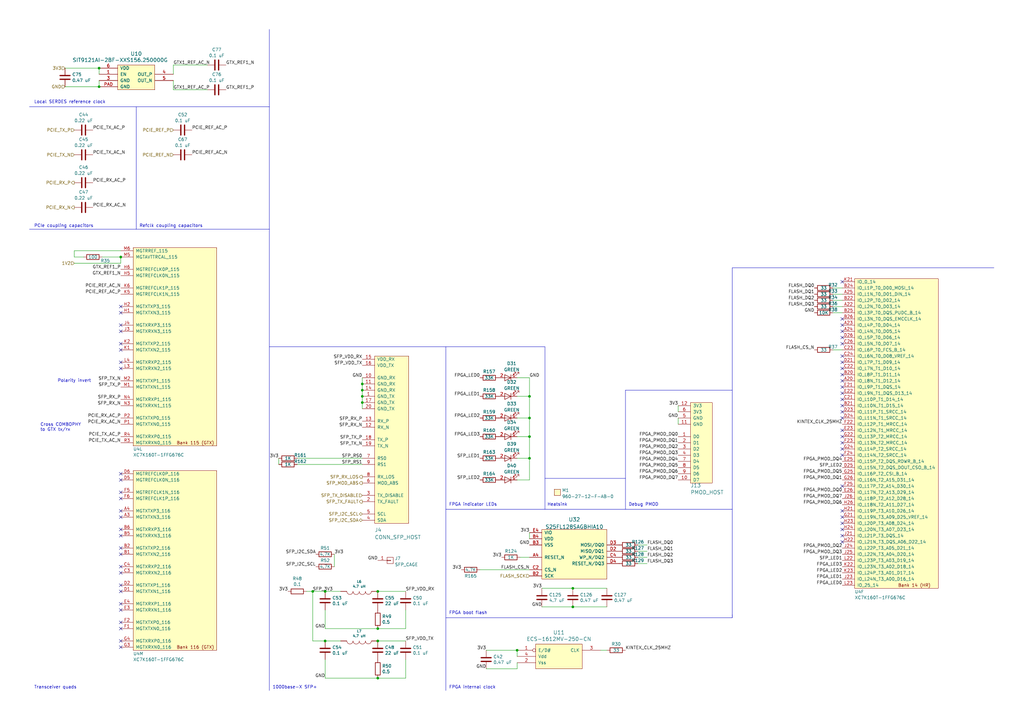
<source format=kicad_sch>
(kicad_sch (version 20250114) (generator "eeschema") (generator_version "9.0")
  (paper "A3")
  (title_block (date "2025-12-19") (rev "0.1"))
  (lib_symbols
    (symbol "conn:CONN_01X01" (pin_names (offset 1.016) (hide yes))
      (property "Reference" "J" (at 0 2.54 0))
      (property "Value" "CONN_01X01" (at 2.54 0 90))
      (symbol "CONN_01X01_1_1"
        (pin passive line (at -5.08 0 0) (length 3.81) (name "P1") (number "1"))
      )
    )
    (symbol "device:C" (pin_numbers (hide yes)) (pin_names (offset 0.254))
      (property "Reference" "C" (at 0.635 2.54 0))
      (property "Value" "C" (at 0.635 -2.54 0))
      (symbol "C_1_1"
        (pin passive line (at 0 3.81 270) (length 2.794) (name "~") (number "1"))
        (pin passive line (at 0 -3.81 90) (length 2.794) (name "~") (number "2"))
      )
    )
    (symbol "device:LED" (pin_names (offset 1.016) (hide yes))
      (property "Reference" "D" (at 0 2.54 0))
      (property "Value" "LED" (at 0 -2.54 0))
      (symbol "LED_1_1"
        (pin passive line (at -3.81 0 0) (length 2.54) (name "K") (number "1"))
        (pin passive line (at 3.81 0 180) (length 2.54) (name "A") (number "2"))
      )
    )
    (symbol "device:R" (pin_numbers (hide yes)) (pin_names (offset 0))
      (property "Reference" "R" (at 2.032 0 90))
      (property "Value" "R" (at 0 0 90))
      (symbol "R_1_1"
        (pin passive line (at 0 3.81 270) (length 1.27) (name "~") (number "1"))
        (pin passive line (at 0 -3.81 90) (length 1.27) (name "~") (number "2"))
      )
    )
    (symbol "memory-azonenberg:S25FLxxxS_BGA24_5x5_VIO" (pin_names (offset 1.016))
      (property "Reference" "U" (at 0 -1.27 0))
      (property "Value" "S25FLxxxS_BGA24_5x5_VIO" (at 0 -3.81 0))
      (symbol "S25FLxxxS_BGA24_5x5_VIO_1_1"
        (pin power_in line (at -5.08 19.05 0) (length 5.08) (name "VIO") (number "E4"))
        (pin power_in line (at -5.08 16.51 0) (length 5.08) (name "VDD") (number "B4"))
        (pin power_in line (at -5.08 13.97 0) (length 5.08) (name "VSS") (number "B3"))
        (pin input line (at -5.08 8.89 0) (length 5.08) (name "RESET_N") (number "A4"))
        (pin input line (at -5.08 3.81 0) (length 5.08) (name "CS_N") (number "C2"))
        (pin input line (at -5.08 1.27 0) (length 5.08) (name "SCK") (number "B2"))
        (pin bidirectional line (at 31.75 13.97 180) (length 5.08) (name "MOSI/DQ0") (number "D3"))
        (pin bidirectional line (at 31.75 11.43 180) (length 5.08) (name "MISO/DQ1") (number "D2"))
        (pin bidirectional line (at 31.75 8.89 180) (length 5.08) (name "WP_N/DQ2") (number "C4"))
        (pin bidirectional line (at 31.75 6.35 180) (length 5.08) (name "RESET_N/DQ3") (number "D4"))
      )
    )
    (symbol "osc-azonenberg:OSC" (pin_names (offset 1.016))
      (property "Reference" "U" (at 0 0 0))
      (property "Value" "OSC" (at 0 -2.54 0))
      (symbol "OSC_1_1"
        (pin input inverted (at -17.78 0 0) (length 7.62) (name "E/D#") (number "1"))
        (pin power_in line (at -17.78 -2.54 0) (length 7.62) (name "Vdd") (number "4"))
        (pin input line (at -17.78 -5.08 0) (length 7.62) (name "Vss") (number "2"))
        (pin output line (at 16.51 0 180) (length 7.62) (name "CLK") (number "3"))
      )
    )
    (symbol "osc-azonenberg:OSC_LVDS" (pin_names (offset 1.016))
      (property "Reference" "U" (at 0 -1.27 0))
      (property "Value" "OSC_LVDS" (at 0 -3.81 0))
      (symbol "OSC_LVDS_1_1"
        (pin power_in line (at -7.62 8.89 0) (length 7.62) (name "VDD") (number "6"))
        (pin input line (at -7.62 6.35 0) (length 7.62) (name "EN") (number "1"))
        (pin power_in line (at -7.62 3.81 0) (length 7.62) (name "GND") (number "3"))
        (pin power_in line (at -7.62 1.27 0) (length 7.62) (name "GND") (number "PAD"))
        (pin output line (at 22.86 6.35 180) (length 7.62) (name "OUT_P") (number "4"))
        (pin output line (at 22.86 3.81 180) (length 7.62) (name "OUT_N") (number "5"))
      )
    )
    (symbol "passive-azonenberg:INDUCTOR_PWROUT" (pin_numbers (hide yes)) (pin_names (offset 1.016) (hide yes))
      (property "Reference" "L" (at -1.27 0 90))
      (property "Value" "INDUCTOR_PWROUT" (at 2.54 0 90))
      (symbol "INDUCTOR_PWROUT_1_1"
        (pin power_out line (at 0 7.62 270) (length 2.54) (name "1") (number "1"))
        (pin passive line (at 0 -7.62 90) (length 2.54) (name "2") (number "2"))
      )
    )
    (symbol "special-azonenberg:CONN_SFP_HOST" (pin_names (offset 1.016))
      (property "Reference" "J" (at 0 -1.27 0))
      (property "Value" "CONN_SFP_HOST" (at 0 -3.81 0))
      (symbol "CONN_SFP_HOST_1_1"
        (pin power_in line (at -5.08 67.31 0) (length 5.08) (name "VDD_RX") (number "15"))
        (pin power_in line (at -5.08 64.77 0) (length 5.08) (name "VDD_TX") (number "16"))
        (pin power_in line (at -5.08 59.69 0) (length 5.08) (name "GND_RX") (number "10"))
        (pin power_in line (at -5.08 57.15 0) (length 5.08) (name "GND_RX") (number "11"))
        (pin power_in line (at -5.08 54.61 0) (length 5.08) (name "GND_RX") (number "14"))
        (pin power_in line (at -5.08 52.07 0) (length 5.08) (name "GND_TX") (number "1"))
        (pin power_in line (at -5.08 49.53 0) (length 5.08) (name "GND_TX") (number "17"))
        (pin power_in line (at -5.08 46.99 0) (length 5.08) (name "GND_TX") (number "20"))
        (pin output line (at -5.08 41.91 0) (length 5.08) (name "RX_P") (number "13"))
        (pin output line (at -5.08 39.37 0) (length 5.08) (name "RX_N") (number "12"))
        (pin input line (at -5.08 34.29 0) (length 5.08) (name "TX_P") (number "18"))
        (pin input line (at -5.08 31.75 0) (length 5.08) (name "TX_N") (number "19"))
        (pin input line (at -5.08 26.67 0) (length 5.08) (name "RS0") (number "7"))
        (pin input line (at -5.08 24.13 0) (length 5.08) (name "RS1") (number "9"))
        (pin output line (at -5.08 19.05 0) (length 5.08) (name "RX_LOS") (number "8"))
        (pin output line (at -5.08 16.51 0) (length 5.08) (name "MOD_ABS") (number "6"))
        (pin input line (at -5.08 11.43 0) (length 5.08) (name "TX_DISABLE") (number "3"))
        (pin output line (at -5.08 8.89 0) (length 5.08) (name "TX_FAULT") (number "2"))
        (pin input line (at -5.08 3.81 0) (length 5.08) (name "SCL") (number "5"))
        (pin bidirectional line (at -5.08 1.27 0) (length 5.08) (name "SDA") (number "4"))
      )
    )
    (symbol "special-azonenberg:MECHANICAL" (pin_names (offset 1.016))
      (property "Reference" "M" (at 0 -2.54 0))
      (property "Value" "MECHANICAL" (at 0 -5.08 0))
    )
    (symbol "special-azonenberg:PMOD_HOST" (pin_names (offset 1.016))
      (property "Reference" "J" (at 0 -1.27 0))
      (property "Value" "PMOD_HOST" (at 0 -3.81 0))
      (symbol "PMOD_HOST_1_1"
        (pin power_in line (at -5.08 31.75 0) (length 5.08) (name "3V3") (number "12"))
        (pin power_in line (at -5.08 29.21 0) (length 5.08) (name "3V3") (number "6"))
        (pin power_in line (at -5.08 26.67 0) (length 5.08) (name "GND") (number "5"))
        (pin power_in line (at -5.08 24.13 0) (length 5.08) (name "GND") (number "11"))
        (pin bidirectional line (at -5.08 19.05 0) (length 5.08) (name "D0") (number "1"))
        (pin bidirectional line (at -5.08 16.51 0) (length 5.08) (name "D1") (number "2"))
        (pin bidirectional line (at -5.08 13.97 0) (length 5.08) (name "D2") (number "3"))
        (pin bidirectional line (at -5.08 11.43 0) (length 5.08) (name "D3") (number "4"))
        (pin bidirectional line (at -5.08 8.89 0) (length 5.08) (name "D4") (number "7"))
        (pin bidirectional line (at -5.08 6.35 0) (length 5.08) (name "D5") (number "8"))
        (pin bidirectional line (at -5.08 3.81 0) (length 5.08) (name "D6") (number "9"))
        (pin bidirectional line (at -5.08 1.27 0) (length 5.08) (name "D7") (number "10"))
      )
    )
    (symbol "xilinx-azonenberg:XC7KxT-FFG676" (pin_names (offset 1.016))
      (property "Reference" "U" (at 0 -1.27 0))
      (property "Value" "XC7KxT-FFG676" (at 0 -3.81 0))
      (symbol "XC7KxT-FFG676_1_0"
        (text "Config" (at 17.78 1.27 0) (effects (font (size 1.27 1.27)) (justify left)))
      )
      (symbol "XC7KxT-FFG676_1_1"
        (pin passive line (at -5.08 59.69 0) (length 5.08) (name "DXP_0") (number "R12"))
        (pin passive line (at -5.08 57.15 0) (length 5.08) (name "DXN_0") (number "R11"))
        (pin power_in line (at -5.08 52.07 0) (length 5.08) (name "VREFP_0") (number "P12"))
        (pin power_in line (at -5.08 49.53 0) (length 5.08) (name "VREFN_0") (number "N11"))
        (pin input line (at -5.08 44.45 0) (length 5.08) (name "VP_0") (number "N12"))
        (pin input line (at -5.08 41.91 0) (length 5.08) (name "VN_0") (number "P11"))
        (pin power_out line (at -5.08 36.83 0) (length 5.08) (name "CCLK_0") (number "C8"))
        (pin input line (at -5.08 31.75 0) (length 5.08) (name "TCK_0") (number "L8"))
        (pin input line (at -5.08 29.21 0) (length 5.08) (name "TMS_0") (number "N8"))
        (pin output line (at -5.08 26.67 0) (length 5.08) (name "TDO_0") (number "R7"))
        (pin input line (at -5.08 24.13 0) (length 5.08) (name "TDI_0") (number "R6"))
        (pin bidirectional line (at -5.08 19.05 0) (length 5.08) (name "INIT_B_0") (number "G7"))
        (pin input line (at -5.08 16.51 0) (length 5.08) (name "PROGRAM_B_0") (number "P6"))
        (pin output line (at -5.08 13.97 0) (length 5.08) (name "DONE_0") (number "J7"))
        (pin input line (at -5.08 8.89 0) (length 5.08) (name "CFGBVS_0") (number "P7"))
        (pin input line (at -5.08 6.35 0) (length 5.08) (name "M0_0") (number "T5"))
        (pin input line (at -5.08 3.81 0) (length 5.08) (name "M1_0") (number "T2"))
        (pin input line (at -5.08 1.27 0) (length 5.08) (name "M2_0") (number "P5"))
      )
      (symbol "XC7KxT-FFG676_2_0"
        (text "Power" (at 17.78 1.27 0) (effects (font (size 1.27 1.27)) (justify left)))
      )
      (symbol "XC7KxT-FFG676_2_1"
        (pin power_in line (at -5.08 143.51 0) (length 5.08) (name "VCCADC_0") (number "M12"))
        (pin power_in line (at -5.08 140.97 0) (length 5.08) (name "VCCBATT_0") (number "E8"))
        (pin power_in line (at -5.08 135.89 0) (length 5.08) (name "VCCBRAM") (number "N13"))
        (pin power_in line (at -5.08 133.35 0) (length 5.08) (name "VCCBRAM") (number "R13"))
        (pin power_in line (at -5.08 130.81 0) (length 5.08) (name "VCCBRAM") (number "T12"))
        (pin power_in line (at -5.08 128.27 0) (length 5.08) (name "VCCBRAM") (number "U13"))
        (pin power_in line (at -5.08 123.19 0) (length 5.08) (name "MGTAVCC") (number "C6"))
        (pin power_in line (at -5.08 120.65 0) (length 5.08) (name "MGTAVCC") (number "E6"))
        (pin power_in line (at -5.08 118.11 0) (length 5.08) (name "MGTAVCC") (number "G6"))
        (pin power_in line (at -5.08 115.57 0) (length 5.08) (name "MGTAVCC") (number "J6"))
        (pin power_in line (at -5.08 113.03 0) (length 5.08) (name "MGTAVCC") (number "L6"))
        (pin power_in line (at -5.08 107.95 0) (length 5.08) (name "MGTAVTT") (number "B3"))
        (pin power_in line (at -5.08 105.41 0) (length 5.08) (name "MGTAVTT") (number "C2"))
        (pin power_in line (at -5.08 102.87 0) (length 5.08) (name "MGTAVTT") (number "D3"))
        (pin power_in line (at -5.08 100.33 0) (length 5.08) (name "MGTAVTT") (number "G2"))
        (pin power_in line (at -5.08 97.79 0) (length 5.08) (name "MGTAVTT") (number "H3"))
        (pin power_in line (at -5.08 95.25 0) (length 5.08) (name "MGTAVTT") (number "L2"))
        (pin power_in line (at -5.08 92.71 0) (length 5.08) (name "MGTAVTT") (number "M3"))
        (pin power_in line (at -5.08 87.63 0) (length 5.08) (name "MGTVCCAUX") (number "N6"))
        (pin power_in line (at -5.08 82.55 0) (length 5.08) (name "VCCINT") (number "J9"))
        (pin power_in line (at -5.08 80.01 0) (length 5.08) (name "VCCINT") (number "K8"))
        (pin power_in line (at -5.08 77.47 0) (length 5.08) (name "VCCINT") (number "K10"))
        (pin power_in line (at -5.08 74.93 0) (length 5.08) (name "VCCINT") (number "K12"))
        (pin power_in line (at -5.08 72.39 0) (length 5.08) (name "VCCINT") (number "K14"))
        (pin power_in line (at -5.08 69.85 0) (length 5.08) (name "VCCINT") (number "L9"))
        (pin power_in line (at -5.08 67.31 0) (length 5.08) (name "VCCINT") (number "L13"))
        (pin power_in line (at -5.08 64.77 0) (length 5.08) (name "VCCINT") (number "L15"))
        (pin power_in line (at -5.08 62.23 0) (length 5.08) (name "VCCINT") (number "M8"))
        (pin power_in line (at -5.08 59.69 0) (length 5.08) (name "VCCINT") (number "M14"))
        (pin power_in line (at -5.08 57.15 0) (length 5.08) (name "VCCINT") (number "N9"))
        (pin power_in line (at -5.08 54.61 0) (length 5.08) (name "VCCINT") (number "N15"))
        (pin power_in line (at -5.08 52.07 0) (length 5.08) (name "VCCINT") (number "P14"))
        (pin power_in line (at -5.08 49.53 0) (length 5.08) (name "VCCINT") (number "R15"))
        (pin power_in line (at -5.08 46.99 0) (length 5.08) (name "VCCINT") (number "T14"))
        (pin power_in line (at -5.08 44.45 0) (length 5.08) (name "VCCINT") (number "U15"))
        (pin power_in line (at -5.08 39.37 0) (length 5.08) (name "VCCAUX") (number "T10"))
        (pin power_in line (at -5.08 36.83 0) (length 5.08) (name "VCCAUX") (number "U11"))
        (pin power_in line (at -5.08 34.29 0) (length 5.08) (name "VCCAUX") (number "L11"))
        (pin power_in line (at -5.08 31.75 0) (length 5.08) (name "VCCAUX") (number "M10"))
        (pin power_in line (at -5.08 29.21 0) (length 5.08) (name "VCCAUX") (number "P10"))
        (pin power_in line (at -5.08 24.13 0) (length 5.08) (name "VCCAUX_IO_G0") (number "T8"))
        (pin power_in line (at -5.08 21.59 0) (length 5.08) (name "VCCAUX_IO_G0") (number "R9"))
        (pin power_in line (at -5.08 19.05 0) (length 5.08) (name "VCCAUX_IO_G0") (number "P8"))
        (pin power_in line (at -5.08 13.97 0) (length 5.08) (name "VCCO_0") (number "L7"))
        (pin power_in line (at -5.08 11.43 0) (length 5.08) (name "VCCO_0") (number "T6"))
        (pin power_in line (at 40.64 143.51 180) (length 5.08) (name "VCCO_12") (number "AA21"))
        (pin power_in line (at 40.64 140.97 180) (length 5.08) (name "VCCO_12") (number "AC25"))
        (pin power_in line (at 40.64 138.43 180) (length 5.08) (name "VCCO_12") (number "AD22"))
        (pin power_in line (at 40.64 135.89 180) (length 5.08) (name "VCCO_12") (number "AF26"))
        (pin power_in line (at 40.64 133.35 180) (length 5.08) (name "VCCO_12") (number "U23"))
        (pin power_in line (at 40.64 130.81 180) (length 5.08) (name "VCCO_12") (number "V20"))
        (pin power_in line (at 40.64 128.27 180) (length 5.08) (name "VCCO_12") (number "Y24"))
        (pin power_in line (at 40.64 123.19 180) (length 5.08) (name "VCCO_13") (number "K24"))
        (pin power_in line (at 40.64 120.65 180) (length 5.08) (name "VCCO_13") (number "N25"))
        (pin power_in line (at 40.64 118.11 180) (length 5.08) (name "VCCO_13") (number "P22"))
        (pin power_in line (at 40.64 115.57 180) (length 5.08) (name "VCCO_13") (number "R19"))
        (pin power_in line (at 40.64 113.03 180) (length 5.08) (name "VCCO_13") (number "T16"))
        (pin power_in line (at 40.64 110.49 180) (length 5.08) (name "VCCO_13") (number "T26"))
        (pin power_in line (at 40.64 105.41 180) (length 5.08) (name "VCCO_14") (number "A21"))
        (pin power_in line (at 40.64 102.87 180) (length 5.08) (name "VCCO_14") (number "C25"))
        (pin power_in line (at 40.64 100.33 180) (length 5.08) (name "VCCO_14") (number "D22"))
        (pin power_in line (at 40.64 97.79 180) (length 5.08) (name "VCCO_14") (number "F26"))
        (pin power_in line (at 40.64 95.25 180) (length 5.08) (name "VCCO_14") (number "G23"))
        (pin power_in line (at 40.64 92.71 180) (length 5.08) (name "VCCO_14") (number "L21"))
        (pin power_in line (at 40.64 87.63 180) (length 5.08) (name "VCCO_15") (number "B18"))
        (pin power_in line (at 40.64 85.09 180) (length 5.08) (name "VCCO_15") (number "E19"))
        (pin power_in line (at 40.64 82.55 180) (length 5.08) (name "VCCO_15") (number "F16"))
        (pin power_in line (at 40.64 80.01 180) (length 5.08) (name "VCCO_15") (number "H20"))
        (pin power_in line (at 40.64 77.47 180) (length 5.08) (name "VCCO_15") (number "J17"))
        (pin power_in line (at 40.64 74.93 180) (length 5.08) (name "VCCO_15") (number "M18"))
        (pin power_in line (at 40.64 69.85 180) (length 5.08) (name "VCCO_16") (number "A11"))
        (pin power_in line (at 40.64 67.31 180) (length 5.08) (name "VCCO_16") (number "B8"))
        (pin power_in line (at 40.64 64.77 180) (length 5.08) (name "VCCO_16") (number "C15"))
        (pin power_in line (at 40.64 62.23 180) (length 5.08) (name "VCCO_16") (number "D12"))
        (pin power_in line (at 40.64 59.69 180) (length 5.08) (name "VCCO_16") (number "E9"))
        (pin power_in line (at 40.64 57.15 180) (length 5.08) (name "VCCO_16") (number "G13"))
        (pin power_in line (at 40.64 54.61 180) (length 5.08) (name "VCCO_16") (number "H10"))
        (pin power_in line (at 40.64 49.53 180) (length 5.08) (name "VCCO_32") (number "AB18"))
        (pin power_in line (at 40.64 46.99 180) (length 5.08) (name "VCCO_32") (number "AC15"))
        (pin power_in line (at 40.64 44.45 180) (length 5.08) (name "VCCO_32") (number "AE19"))
        (pin power_in line (at 40.64 41.91 180) (length 5.08) (name "VCCO_32") (number "AF16"))
        (pin power_in line (at 40.64 39.37 180) (length 5.08) (name "VCCO_32") (number "W17"))
        (pin power_in line (at 40.64 36.83 180) (length 5.08) (name "VCCO_32") (number "Y14"))
        (pin power_in line (at 40.64 31.75 180) (length 5.08) (name "VCCO_33") (number "AA11"))
        (pin power_in line (at 40.64 29.21 180) (length 5.08) (name "VCCO_33") (number "AB8"))
        (pin power_in line (at 40.64 26.67 180) (length 5.08) (name "VCCO_33") (number "AD12"))
        (pin power_in line (at 40.64 24.13 180) (length 5.08) (name "VCCO_33") (number "AE9"))
        (pin power_in line (at 40.64 21.59 180) (length 5.08) (name "VCCO_33") (number "V10"))
        (pin power_in line (at 40.64 19.05 180) (length 5.08) (name "VCCO_33") (number "W7"))
        (pin power_in line (at 40.64 13.97 180) (length 5.08) (name "VCCO_34") (number "AA1"))
        (pin power_in line (at 40.64 11.43 180) (length 5.08) (name "VCCO_34") (number "AC5"))
        (pin power_in line (at 40.64 8.89 180) (length 5.08) (name "VCCO_34") (number "AD2"))
        (pin power_in line (at 40.64 6.35 180) (length 5.08) (name "VCCO_34") (number "AF6"))
        (pin power_in line (at 40.64 3.81 180) (length 5.08) (name "VCCO_34") (number "U3"))
        (pin power_in line (at 40.64 1.27 180) (length 5.08) (name "VCCO_34") (number "Y4"))
      )
      (symbol "XC7KxT-FFG676_3_0"
        (text "Ground" (at 17.78 1.27 0) (effects (font (size 1.27 1.27)) (justify left)))
      )
      (symbol "XC7KxT-FFG676_3_1"
        (pin power_in line (at -5.08 153.67 0) (length 5.08) (name "GND") (number "A1"))
        (pin power_in line (at -5.08 151.13 0) (length 5.08) (name "GND") (number "A2"))
        (pin power_in line (at -5.08 148.59 0) (length 5.08) (name "GND") (number "A5"))
        (pin power_in line (at -5.08 146.05 0) (length 5.08) (name "GND") (number "A6"))
        (pin power_in line (at -5.08 143.51 0) (length 5.08) (name "GND") (number "A7"))
        (pin power_in line (at -5.08 140.97 0) (length 5.08) (name "GND") (number "A16"))
        (pin power_in line (at -5.08 138.43 0) (length 5.08) (name "GND") (number "A26"))
        (pin power_in line (at -5.08 135.89 0) (length 5.08) (name "GND") (number "AA6"))
        (pin power_in line (at -5.08 133.35 0) (length 5.08) (name "GND") (number "AA16"))
        (pin power_in line (at -5.08 130.81 0) (length 5.08) (name "GND") (number "AA26"))
        (pin power_in line (at -5.08 128.27 0) (length 5.08) (name "GND") (number "AB3"))
        (pin power_in line (at -5.08 125.73 0) (length 5.08) (name "GND") (number "AB13"))
        (pin power_in line (at -5.08 123.19 0) (length 5.08) (name "GND") (number "AB23"))
        (pin power_in line (at -5.08 120.65 0) (length 5.08) (name "GND") (number "AC10"))
        (pin power_in line (at -5.08 118.11 0) (length 5.08) (name "GND") (number "AC20"))
        (pin power_in line (at -5.08 115.57 0) (length 5.08) (name "GND") (number "AD7"))
        (pin power_in line (at -5.08 113.03 0) (length 5.08) (name "GND") (number "AD17"))
        (pin power_in line (at -5.08 110.49 0) (length 5.08) (name "GND") (number "AE4"))
        (pin power_in line (at -5.08 107.95 0) (length 5.08) (name "GND") (number "AE14"))
        (pin power_in line (at -5.08 105.41 0) (length 5.08) (name "GND") (number "AE24"))
        (pin power_in line (at -5.08 102.87 0) (length 5.08) (name "GND") (number "AF1"))
        (pin power_in line (at -5.08 100.33 0) (length 5.08) (name "GND") (number "AF11"))
        (pin power_in line (at -5.08 97.79 0) (length 5.08) (name "GND") (number "AF21"))
        (pin power_in line (at -5.08 95.25 0) (length 5.08) (name "GND") (number "B4"))
        (pin power_in line (at -5.08 92.71 0) (length 5.08) (name "GND") (number "B7"))
        (pin power_in line (at -5.08 90.17 0) (length 5.08) (name "GND") (number "B13"))
        (pin power_in line (at -5.08 87.63 0) (length 5.08) (name "GND") (number "B23"))
        (pin power_in line (at -5.08 85.09 0) (length 5.08) (name "GND") (number "C1"))
        (pin power_in line (at -5.08 82.55 0) (length 5.08) (name "GND") (number "C5"))
        (pin power_in line (at -5.08 80.01 0) (length 5.08) (name "GND") (number "C7"))
        (pin power_in line (at -5.08 77.47 0) (length 5.08) (name "GND") (number "C10"))
        (pin power_in line (at -5.08 74.93 0) (length 5.08) (name "GND") (number "C20"))
        (pin power_in line (at -5.08 72.39 0) (length 5.08) (name "GND") (number "D4"))
        (pin power_in line (at -5.08 69.85 0) (length 5.08) (name "GND") (number "D7"))
        (pin power_in line (at -5.08 67.31 0) (length 5.08) (name "GND") (number "D17"))
        (pin power_in line (at -5.08 64.77 0) (length 5.08) (name "GND") (number "E1"))
        (pin power_in line (at -5.08 62.23 0) (length 5.08) (name "GND") (number "E2"))
        (pin power_in line (at -5.08 59.69 0) (length 5.08) (name "GND") (number "E5"))
        (pin power_in line (at -5.08 57.15 0) (length 5.08) (name "GND") (number "E7"))
        (pin power_in line (at -5.08 54.61 0) (length 5.08) (name "GND") (number "E14"))
        (pin power_in line (at -5.08 52.07 0) (length 5.08) (name "GND") (number "E24"))
        (pin power_in line (at -5.08 49.53 0) (length 5.08) (name "GND") (number "F3"))
        (pin power_in line (at -5.08 46.99 0) (length 5.08) (name "GND") (number "F4"))
        (pin power_in line (at -5.08 44.45 0) (length 5.08) (name "GND") (number "F7"))
        (pin power_in line (at -5.08 41.91 0) (length 5.08) (name "GND") (number "F11"))
        (pin power_in line (at -5.08 39.37 0) (length 5.08) (name "GND") (number "F21"))
        (pin power_in line (at -5.08 36.83 0) (length 5.08) (name "GND") (number "G1"))
        (pin power_in line (at -5.08 34.29 0) (length 5.08) (name "GND") (number "G5"))
        (pin power_in line (at -5.08 31.75 0) (length 5.08) (name "GND") (number "G8"))
        (pin power_in line (at -5.08 29.21 0) (length 5.08) (name "GND") (number "G18"))
        (pin power_in line (at -5.08 26.67 0) (length 5.08) (name "GND") (number "H4"))
        (pin power_in line (at -5.08 24.13 0) (length 5.08) (name "GND") (number "H7"))
        (pin power_in line (at -5.08 21.59 0) (length 5.08) (name "GND") (number "H15"))
        (pin power_in line (at -5.08 19.05 0) (length 5.08) (name "GND") (number "H25"))
        (pin power_in line (at -5.08 16.51 0) (length 5.08) (name "GND") (number "J1"))
        (pin power_in line (at -5.08 13.97 0) (length 5.08) (name "GND") (number "J2"))
        (pin power_in line (at -5.08 11.43 0) (length 5.08) (name "GND") (number "J5"))
        (pin power_in line (at -5.08 8.89 0) (length 5.08) (name "GND") (number "J12"))
        (pin power_in line (at -5.08 6.35 0) (length 5.08) (name "GND") (number "J22"))
        (pin power_in line (at -5.08 3.81 0) (length 5.08) (name "GND") (number "K3"))
        (pin power_in line (at -5.08 1.27 0) (length 5.08) (name "GND") (number "K4"))
        (pin power_in line (at 35.56 153.67 180) (length 5.08) (name "GNDADC_0") (number "M11"))
        (pin power_in line (at 35.56 148.59 180) (length 5.08) (name "GND") (number "K7"))
        (pin power_in line (at 35.56 146.05 180) (length 5.08) (name "GND") (number "K9"))
        (pin power_in line (at 35.56 143.51 180) (length 5.08) (name "GND") (number "K11"))
        (pin power_in line (at 35.56 140.97 180) (length 5.08) (name "GND") (number "K13"))
        (pin power_in line (at 35.56 138.43 180) (length 5.08) (name "GND") (number "K19"))
        (pin power_in line (at 35.56 135.89 180) (length 5.08) (name "GND") (number "L1"))
        (pin power_in line (at 35.56 133.35 180) (length 5.08) (name "GND") (number "L5"))
        (pin power_in line (at 35.56 130.81 180) (length 5.08) (name "GND") (number "L10"))
        (pin power_in line (at 35.56 128.27 180) (length 5.08) (name "GND") (number "L12"))
        (pin power_in line (at 35.56 125.73 180) (length 5.08) (name "GND") (number "L14"))
        (pin power_in line (at 35.56 123.19 180) (length 5.08) (name "GND") (number "L16"))
        (pin power_in line (at 35.56 120.65 180) (length 5.08) (name "GND") (number "L26"))
        (pin power_in line (at 35.56 118.11 180) (length 5.08) (name "GND") (number "M4"))
        (pin power_in line (at 35.56 115.57 180) (length 5.08) (name "GND") (number "M7"))
        (pin power_in line (at 35.56 113.03 180) (length 5.08) (name "GND") (number "M9"))
        (pin power_in line (at 35.56 110.49 180) (length 5.08) (name "GND") (number "M13"))
        (pin power_in line (at 35.56 107.95 180) (length 5.08) (name "GND") (number "M15"))
        (pin power_in line (at 35.56 105.41 180) (length 5.08) (name "GND") (number "M23"))
        (pin power_in line (at 35.56 102.87 180) (length 5.08) (name "GND") (number "N1"))
        (pin power_in line (at 35.56 100.33 180) (length 5.08) (name "GND") (number "N2"))
        (pin power_in line (at 35.56 97.79 180) (length 5.08) (name "GND") (number "N5"))
        (pin power_in line (at 35.56 95.25 180) (length 5.08) (name "GND") (number "N7"))
        (pin power_in line (at 35.56 92.71 180) (length 5.08) (name "GND") (number "N10"))
        (pin power_in line (at 35.56 90.17 180) (length 5.08) (name "GND") (number "N14"))
        (pin power_in line (at 35.56 87.63 180) (length 5.08) (name "GND") (number "N20"))
        (pin power_in line (at 35.56 85.09 180) (length 5.08) (name "GND") (number "P3"))
        (pin power_in line (at 35.56 82.55 180) (length 5.08) (name "GND") (number "P4"))
        (pin power_in line (at 35.56 80.01 180) (length 5.08) (name "GND") (number "P9"))
        (pin power_in line (at 35.56 77.47 180) (length 5.08) (name "GND") (number "P13"))
        (pin power_in line (at 35.56 74.93 180) (length 5.08) (name "GND") (number "P15"))
        (pin power_in line (at 35.56 72.39 180) (length 5.08) (name "GND") (number "P17"))
        (pin power_in line (at 35.56 69.85 180) (length 5.08) (name "GND") (number "R1"))
        (pin power_in line (at 35.56 67.31 180) (length 5.08) (name "GND") (number "R2"))
        (pin power_in line (at 35.56 64.77 180) (length 5.08) (name "GND") (number "R5"))
        (pin power_in line (at 35.56 62.23 180) (length 5.08) (name "GND") (number "R8"))
        (pin power_in line (at 35.56 59.69 180) (length 5.08) (name "GND") (number "R10"))
        (pin power_in line (at 35.56 57.15 180) (length 5.08) (name "GND") (number "R14"))
        (pin power_in line (at 35.56 54.61 180) (length 5.08) (name "GND") (number "R24"))
        (pin power_in line (at 35.56 52.07 180) (length 5.08) (name "GND") (number "T1"))
        (pin power_in line (at 35.56 49.53 180) (length 5.08) (name "GND") (number "T3"))
        (pin power_in line (at 35.56 46.99 180) (length 5.08) (name "GND") (number "T4"))
        (pin power_in line (at 35.56 44.45 180) (length 5.08) (name "GND") (number "T9"))
        (pin power_in line (at 35.56 41.91 180) (length 5.08) (name "GND") (number "T11"))
        (pin power_in line (at 35.56 39.37 180) (length 5.08) (name "GND") (number "T13"))
        (pin power_in line (at 35.56 36.83 180) (length 5.08) (name "GND") (number "T15"))
        (pin power_in line (at 35.56 34.29 180) (length 5.08) (name "GND") (number "T21"))
        (pin power_in line (at 35.56 31.75 180) (length 5.08) (name "GND") (number "U8"))
        (pin power_in line (at 35.56 29.21 180) (length 5.08) (name "GND") (number "U10"))
        (pin power_in line (at 35.56 26.67 180) (length 5.08) (name "GND") (number "U12"))
        (pin power_in line (at 35.56 24.13 180) (length 5.08) (name "GND") (number "U14"))
        (pin power_in line (at 35.56 21.59 180) (length 5.08) (name "GND") (number "U18"))
        (pin power_in line (at 35.56 19.05 180) (length 5.08) (name "GND") (number "V5"))
        (pin power_in line (at 35.56 16.51 180) (length 5.08) (name "GND") (number "V15"))
        (pin power_in line (at 35.56 13.97 180) (length 5.08) (name "GND") (number "V25"))
        (pin power_in line (at 35.56 11.43 180) (length 5.08) (name "GND") (number "W2"))
        (pin power_in line (at 35.56 8.89 180) (length 5.08) (name "GND") (number "W12"))
        (pin power_in line (at 35.56 6.35 180) (length 5.08) (name "GND") (number "W22"))
        (pin power_in line (at 35.56 3.81 180) (length 5.08) (name "GND") (number "Y9"))
        (pin power_in line (at 35.56 1.27 180) (length 5.08) (name "GND") (number "Y19"))
      )
      (symbol "XC7KxT-FFG676_4_0"
        (text "NC in 7K70T" (at 17.78 3.81 0) (effects (font (size 1.27 1.27)) (justify left)))
        (text "Bank 12 (HR)" (at 17.78 1.27 0) (effects (font (size 1.27 1.27)) (justify left)))
      )
      (symbol "XC7KxT-FFG676_4_1"
        (pin bidirectional line (at -5.08 125.73 0) (length 5.08) (name "IO_0_12") (number "U21"))
        (pin bidirectional line (at -5.08 123.19 0) (length 5.08) (name "IO_L1P_T0_12") (number "U22"))
        (pin bidirectional line (at -5.08 120.65 0) (length 5.08) (name "IO_L1N_T0_12") (number "V22"))
        (pin bidirectional line (at -5.08 118.11 0) (length 5.08) (name "IO_L2P_T0_12") (number "U24"))
        (pin bidirectional line (at -5.08 115.57 0) (length 5.08) (name "IO_L2N_T0_12") (number "U25"))
        (pin bidirectional line (at -5.08 113.03 0) (length 5.08) (name "IO_L3P_T0_DQS_12") (number "V23"))
        (pin bidirectional line (at -5.08 110.49 0) (length 5.08) (name "IO_L3N_T0_DQS_12") (number "V24"))
        (pin bidirectional line (at -5.08 107.95 0) (length 5.08) (name "IO_L4P_T0_12") (number "U26"))
        (pin bidirectional line (at -5.08 105.41 0) (length 5.08) (name "IO_L4N_T0_12") (number "V26"))
        (pin bidirectional line (at -5.08 102.87 0) (length 5.08) (name "IO_L5P_T0_12") (number "W25"))
        (pin bidirectional line (at -5.08 100.33 0) (length 5.08) (name "IO_L5N_T0_12") (number "W26"))
        (pin bidirectional line (at -5.08 97.79 0) (length 5.08) (name "IO_L6P_T0_12") (number "V21"))
        (pin bidirectional line (at -5.08 95.25 0) (length 5.08) (name "IO_L6N_T0_VREF_12") (number "W21"))
        (pin bidirectional line (at -5.08 92.71 0) (length 5.08) (name "IO_L7P_T1_12") (number "AA25"))
        (pin bidirectional line (at -5.08 90.17 0) (length 5.08) (name "IO_L7N_T1_12") (number "AB25"))
        (pin bidirectional line (at -5.08 87.63 0) (length 5.08) (name "IO_L8P_T1_12") (number "W23"))
        (pin bidirectional line (at -5.08 85.09 0) (length 5.08) (name "IO_L8N_T1_12") (number "W24"))
        (pin bidirectional line (at -5.08 82.55 0) (length 5.08) (name "IO_L9P_T1_DQS_12") (number "AB26"))
        (pin bidirectional line (at -5.08 80.01 0) (length 5.08) (name "IO_L9N_T1_DQS_12") (number "AC26"))
        (pin bidirectional line (at -5.08 77.47 0) (length 5.08) (name "IO_L10P_T1_12") (number "Y25"))
        (pin bidirectional line (at -5.08 74.93 0) (length 5.08) (name "IO_L10N_T1_12") (number "Y26"))
        (pin bidirectional line (at -5.08 72.39 0) (length 5.08) (name "IO_L11P_T1_SRCC_12") (number "AA23"))
        (pin bidirectional line (at -5.08 69.85 0) (length 5.08) (name "IO_L11N_T1_SRCC_12") (number "AB24"))
        (pin bidirectional line (at -5.08 67.31 0) (length 5.08) (name "IO_L12P_T1_MRCC_12") (number "Y23"))
        (pin bidirectional line (at -5.08 64.77 0) (length 5.08) (name "IO_L12N_T1_MRCC_12") (number "AA24"))
        (pin bidirectional line (at -5.08 62.23 0) (length 5.08) (name "IO_L13P_T2_MRCC_12") (number "Y22"))
        (pin bidirectional line (at -5.08 59.69 0) (length 5.08) (name "IO_L13N_T2_MRCC_12") (number "AA22"))
        (pin bidirectional line (at -5.08 57.15 0) (length 5.08) (name "IO_L14P_T2_SRCC_12") (number "AC23"))
        (pin bidirectional line (at -5.08 54.61 0) (length 5.08) (name "IO_L14N_T2_SRCC_12") (number "AC24"))
        (pin bidirectional line (at -5.08 52.07 0) (length 5.08) (name "IO_L15P_T2_DQS_12") (number "W20"))
        (pin bidirectional line (at -5.08 49.53 0) (length 5.08) (name "IO_L15N_T2_DQS_12") (number "Y21"))
        (pin bidirectional line (at -5.08 46.99 0) (length 5.08) (name "IO_L16P_T2_12") (number "AD23"))
        (pin bidirectional line (at -5.08 44.45 0) (length 5.08) (name "IO_L16N_T2_12") (number "AD24"))
        (pin bidirectional line (at -5.08 41.91 0) (length 5.08) (name "IO_L17P_T2_12") (number "AB22"))
        (pin bidirectional line (at -5.08 39.37 0) (length 5.08) (name "IO_L17N_T2_12") (number "AC22"))
        (pin bidirectional line (at -5.08 36.83 0) (length 5.08) (name "IO_L18P_T2_12") (number "AB21"))
        (pin bidirectional line (at -5.08 34.29 0) (length 5.08) (name "IO_L18N_T2_12") (number "AC21"))
        (pin bidirectional line (at -5.08 31.75 0) (length 5.08) (name "IO_L19P_T3_12") (number "AD21"))
        (pin bidirectional line (at -5.08 29.21 0) (length 5.08) (name "IO_L19N_T3_VREF_12") (number "AE21"))
        (pin bidirectional line (at -5.08 26.67 0) (length 5.08) (name "IO_L20P_T3_12") (number "AF24"))
        (pin bidirectional line (at -5.08 24.13 0) (length 5.08) (name "IO_L20N_T3_12") (number "AF25"))
        (pin bidirectional line (at -5.08 21.59 0) (length 5.08) (name "IO_L21P_T3_DQS_12") (number "AD26"))
        (pin bidirectional line (at -5.08 19.05 0) (length 5.08) (name "IO_L21N_T3_DQS_12") (number "AE26"))
        (pin bidirectional line (at -5.08 16.51 0) (length 5.08) (name "IO_L22P_T3_12") (number "AE23"))
        (pin bidirectional line (at -5.08 13.97 0) (length 5.08) (name "IO_L22N_T3_12") (number "AF23"))
        (pin bidirectional line (at -5.08 11.43 0) (length 5.08) (name "IO_L23P_T3_12") (number "AD25"))
        (pin bidirectional line (at -5.08 8.89 0) (length 5.08) (name "IO_L23N_T3_12") (number "AE25"))
        (pin bidirectional line (at -5.08 6.35 0) (length 5.08) (name "IO_L24P_T3_12") (number "AE22"))
        (pin bidirectional line (at -5.08 3.81 0) (length 5.08) (name "IO_L24N_T3_12") (number "AF22"))
        (pin bidirectional line (at -5.08 1.27 0) (length 5.08) (name "IO_25_12") (number "Y20"))
      )
      (symbol "XC7KxT-FFG676_5_0"
        (text "Bank 13 (HR)" (at 17.78 1.27 0) (effects (font (size 1.27 1.27)) (justify left)))
      )
      (symbol "XC7KxT-FFG676_5_1"
        (pin bidirectional line (at -5.08 125.73 0) (length 5.08) (name "IO_0_13") (number "N16"))
        (pin bidirectional line (at -5.08 123.19 0) (length 5.08) (name "IO_L1P_T0_13") (number "K25"))
        (pin bidirectional line (at -5.08 120.65 0) (length 5.08) (name "IO_L1N_T0_13") (number "K26"))
        (pin bidirectional line (at -5.08 118.11 0) (length 5.08) (name "IO_L2P_T0_13") (number "R26"))
        (pin bidirectional line (at -5.08 115.57 0) (length 5.08) (name "IO_L2N_T0_13") (number "P26"))
        (pin bidirectional line (at -5.08 113.03 0) (length 5.08) (name "IO_L3P_T0_DQS_13") (number "M25"))
        (pin bidirectional line (at -5.08 110.49 0) (length 5.08) (name "IO_L3N_T0_DQS_13") (number "L25"))
        (pin bidirectional line (at -5.08 107.95 0) (length 5.08) (name "IO_L4P_T0_13") (number "P24"))
        (pin bidirectional line (at -5.08 105.41 0) (length 5.08) (name "IO_L4N_T0_13") (number "N24"))
        (pin bidirectional line (at -5.08 102.87 0) (length 5.08) (name "IO_L5P_T0_13") (number "N26"))
        (pin bidirectional line (at -5.08 100.33 0) (length 5.08) (name "IO_L5N_T0_13") (number "M26"))
        (pin bidirectional line (at -5.08 97.79 0) (length 5.08) (name "IO_L6P_T0_13") (number "R25"))
        (pin bidirectional line (at -5.08 95.25 0) (length 5.08) (name "IO_L6N_T0_VREF_13") (number "P25"))
        (pin bidirectional line (at -5.08 92.71 0) (length 5.08) (name "IO_L7P_T1_13") (number "N19"))
        (pin bidirectional line (at -5.08 90.17 0) (length 5.08) (name "IO_L7N_T1_13") (number "M20"))
        (pin bidirectional line (at -5.08 87.63 0) (length 5.08) (name "IO_L8P_T1_13") (number "M24"))
        (pin bidirectional line (at -5.08 85.09 0) (length 5.08) (name "IO_L8N_T1_13") (number "L24"))
        (pin bidirectional line (at -5.08 82.55 0) (length 5.08) (name "IO_L9P_T1_DQS_13") (number "P19"))
        (pin bidirectional line (at -5.08 80.01 0) (length 5.08) (name "IO_L9N_T1_DQS_13") (number "P20"))
        (pin bidirectional line (at -5.08 77.47 0) (length 5.08) (name "IO_L10P_T1_13") (number "M21"))
        (pin bidirectional line (at -5.08 74.93 0) (length 5.08) (name "IO_L10N_T1_13") (number "M22"))
        (pin bidirectional line (at -5.08 72.39 0) (length 5.08) (name "IO_L11P_T1_SRCC_13") (number "P23"))
        (pin bidirectional line (at -5.08 69.85 0) (length 5.08) (name "IO_L11N_T1_SRCC_13") (number "N23"))
        (pin bidirectional line (at -5.08 67.31 0) (length 5.08) (name "IO_L12P_T1_MRCC_13") (number "N21"))
        (pin bidirectional line (at -5.08 64.77 0) (length 5.08) (name "IO_L12N_T1_MRCC_13") (number "N22"))
        (pin bidirectional line (at -5.08 62.23 0) (length 5.08) (name "IO_L13P_T2_MRCC_13") (number "R21"))
        (pin bidirectional line (at -5.08 59.69 0) (length 5.08) (name "IO_L13N_T2_MRCC_13") (number "P21"))
        (pin bidirectional line (at -5.08 57.15 0) (length 5.08) (name "IO_L14P_T2_SRCC_13") (number "R22"))
        (pin bidirectional line (at -5.08 54.61 0) (length 5.08) (name "IO_L14N_T2_SRCC_13") (number "R23"))
        (pin bidirectional line (at -5.08 52.07 0) (length 5.08) (name "IO_L15P_T2_DQS_13") (number "T24"))
        (pin bidirectional line (at -5.08 49.53 0) (length 5.08) (name "IO_L15N_T2_DQS_13") (number "T25"))
        (pin bidirectional line (at -5.08 46.99 0) (length 5.08) (name "IO_L16P_T2_13") (number "T20"))
        (pin bidirectional line (at -5.08 44.45 0) (length 5.08) (name "IO_L16N_T2_13") (number "R20"))
        (pin bidirectional line (at -5.08 41.91 0) (length 5.08) (name "IO_L17P_T2_13") (number "T22"))
        (pin bidirectional line (at -5.08 39.37 0) (length 5.08) (name "IO_L17N_T2_13") (number "T23"))
        (pin bidirectional line (at -5.08 36.83 0) (length 5.08) (name "IO_L18P_T2_13") (number "U19"))
        (pin bidirectional line (at -5.08 34.29 0) (length 5.08) (name "IO_L18N_T2_13") (number "U20"))
        (pin bidirectional line (at -5.08 31.75 0) (length 5.08) (name "IO_L19P_T3_13") (number "T18"))
        (pin bidirectional line (at -5.08 29.21 0) (length 5.08) (name "IO_L19N_T3_VREF_13") (number "T19"))
        (pin bidirectional line (at -5.08 26.67 0) (length 5.08) (name "IO_L20P_T3_13") (number "P16"))
        (pin bidirectional line (at -5.08 24.13 0) (length 5.08) (name "IO_L20N_T3_13") (number "N17"))
        (pin bidirectional line (at -5.08 21.59 0) (length 5.08) (name "IO_L21P_T3_DQS_13") (number "R16"))
        (pin bidirectional line (at -5.08 19.05 0) (length 5.08) (name "IO_L21N_T3_DQS_13") (number "R17"))
        (pin bidirectional line (at -5.08 16.51 0) (length 5.08) (name "IO_L22P_T3_13") (number "N18"))
        (pin bidirectional line (at -5.08 13.97 0) (length 5.08) (name "IO_L22N_T3_13") (number "M19"))
        (pin bidirectional line (at -5.08 11.43 0) (length 5.08) (name "IO_L23P_T3_13") (number "U17"))
        (pin bidirectional line (at -5.08 8.89 0) (length 5.08) (name "IO_L23N_T3_13") (number "T17"))
        (pin bidirectional line (at -5.08 6.35 0) (length 5.08) (name "IO_L24P_T3_13") (number "R18"))
        (pin bidirectional line (at -5.08 3.81 0) (length 5.08) (name "IO_L24N_T3_13") (number "P18"))
        (pin bidirectional line (at -5.08 1.27 0) (length 5.08) (name "IO_25_13") (number "U16"))
      )
      (symbol "XC7KxT-FFG676_6_0"
        (text "Bank 14 (HR)" (at 17.78 1.27 0) (effects (font (size 1.27 1.27)) (justify left)))
      )
      (symbol "XC7KxT-FFG676_6_1"
        (pin bidirectional line (at -5.08 125.73 0) (length 5.08) (name "IO_0_14") (number "K21"))
        (pin bidirectional line (at -5.08 123.19 0) (length 5.08) (name "IO_L1P_T0_D00_MOSI_14") (number "B24"))
        (pin bidirectional line (at -5.08 120.65 0) (length 5.08) (name "IO_L1N_T0_D01_DIN_14") (number "A25"))
        (pin bidirectional line (at -5.08 118.11 0) (length 5.08) (name "IO_L2P_T0_D02_14") (number "B22"))
        (pin bidirectional line (at -5.08 115.57 0) (length 5.08) (name "IO_L2N_T0_D03_14") (number "A22"))
        (pin bidirectional line (at -5.08 113.03 0) (length 5.08) (name "IO_L3P_T0_DQS_PUDC_B_14") (number "B25"))
        (pin bidirectional line (at -5.08 110.49 0) (length 5.08) (name "IO_L3N_T0_DQS_EMCCLK_14") (number "B26"))
        (pin bidirectional line (at -5.08 107.95 0) (length 5.08) (name "IO_L4P_T0_D04_14") (number "A23"))
        (pin bidirectional line (at -5.08 105.41 0) (length 5.08) (name "IO_L4N_T0_D05_14") (number "A24"))
        (pin bidirectional line (at -5.08 102.87 0) (length 5.08) (name "IO_L5P_T0_D06_14") (number "D26"))
        (pin bidirectional line (at -5.08 100.33 0) (length 5.08) (name "IO_L5N_T0_D07_14") (number "C26"))
        (pin bidirectional line (at -5.08 97.79 0) (length 5.08) (name "IO_L6P_T0_FCS_B_14") (number "C23"))
        (pin bidirectional line (at -5.08 95.25 0) (length 5.08) (name "IO_L6N_T0_D08_VREF_14") (number "C24"))
        (pin bidirectional line (at -5.08 92.71 0) (length 5.08) (name "IO_L7P_T1_D09_14") (number "D21"))
        (pin bidirectional line (at -5.08 90.17 0) (length 5.08) (name "IO_L7N_T1_D10_14") (number "C22"))
        (pin bidirectional line (at -5.08 87.63 0) (length 5.08) (name "IO_L8P_T1_D11_14") (number "B20"))
        (pin bidirectional line (at -5.08 85.09 0) (length 5.08) (name "IO_L8N_T1_D12_14") (number "A20"))
        (pin bidirectional line (at -5.08 82.55 0) (length 5.08) (name "IO_L9P_T1_DQS_14") (number "E21"))
        (pin bidirectional line (at -5.08 80.01 0) (length 5.08) (name "IO_L9N_T1_DQS_D13_14") (number "E22"))
        (pin bidirectional line (at -5.08 77.47 0) (length 5.08) (name "IO_L10P_T1_D14_14") (number "C21"))
        (pin bidirectional line (at -5.08 74.93 0) (length 5.08) (name "IO_L10N_T1_D15_14") (number "B21"))
        (pin bidirectional line (at -5.08 72.39 0) (length 5.08) (name "IO_L11P_T1_SRCC_14") (number "D23"))
        (pin bidirectional line (at -5.08 69.85 0) (length 5.08) (name "IO_L11N_T1_SRCC_14") (number "D24"))
        (pin bidirectional line (at -5.08 67.31 0) (length 5.08) (name "IO_L12P_T1_MRCC_14") (number "F22"))
        (pin bidirectional line (at -5.08 64.77 0) (length 5.08) (name "IO_L12N_T1_MRCC_14") (number "E23"))
        (pin bidirectional line (at -5.08 62.23 0) (length 5.08) (name "IO_L13P_T2_MRCC_14") (number "G22"))
        (pin bidirectional line (at -5.08 59.69 0) (length 5.08) (name "IO_L13N_T2_MRCC_14") (number "F23"))
        (pin bidirectional line (at -5.08 57.15 0) (length 5.08) (name "IO_L14P_T2_SRCC_14") (number "G24"))
        (pin bidirectional line (at -5.08 54.61 0) (length 5.08) (name "IO_L14N_T2_SRCC_14") (number "F24"))
        (pin bidirectional line (at -5.08 52.07 0) (length 5.08) (name "IO_L15P_T2_DQS_RDWR_B_14") (number "E25"))
        (pin bidirectional line (at -5.08 49.53 0) (length 5.08) (name "IO_L15N_T2_DQS_DOUT_CSO_B_14") (number "D25"))
        (pin bidirectional line (at -5.08 46.99 0) (length 5.08) (name "IO_L16P_T2_CSI_B_14") (number "G25"))
        (pin bidirectional line (at -5.08 44.45 0) (length 5.08) (name "IO_L16N_T2_A15_D31_14") (number "G26"))
        (pin bidirectional line (at -5.08 41.91 0) (length 5.08) (name "IO_L17P_T2_A14_D30_14") (number "F25"))
        (pin bidirectional line (at -5.08 39.37 0) (length 5.08) (name "IO_L17N_T2_A13_D29_14") (number "E26"))
        (pin bidirectional line (at -5.08 36.83 0) (length 5.08) (name "IO_L18P_T2_A12_D28_14") (number "J26"))
        (pin bidirectional line (at -5.08 34.29 0) (length 5.08) (name "IO_L18N_T2_A11_D27_14") (number "H26"))
        (pin bidirectional line (at -5.08 31.75 0) (length 5.08) (name "IO_L19P_T3_A10_D26_14") (number "H21"))
        (pin bidirectional line (at -5.08 29.21 0) (length 5.08) (name "IO_L19N_T3_A09_D25_VREF_14") (number "G21"))
        (pin bidirectional line (at -5.08 26.67 0) (length 5.08) (name "IO_L20P_T3_A08_D24_14") (number "H23"))
        (pin bidirectional line (at -5.08 24.13 0) (length 5.08) (name "IO_L20N_T3_A07_D23_14") (number "H24"))
        (pin bidirectional line (at -5.08 21.59 0) (length 5.08) (name "IO_L21P_T3_DQS_14") (number "J21"))
        (pin bidirectional line (at -5.08 19.05 0) (length 5.08) (name "IO_L21N_T3_DQS_A06_D22_14") (number "H22"))
        (pin bidirectional line (at -5.08 16.51 0) (length 5.08) (name "IO_L22P_T3_A05_D21_14") (number "J24"))
        (pin bidirectional line (at -5.08 13.97 0) (length 5.08) (name "IO_L22N_T3_A04_D20_14") (number "J25"))
        (pin bidirectional line (at -5.08 11.43 0) (length 5.08) (name "IO_L23P_T3_A03_D19_14") (number "L22"))
        (pin bidirectional line (at -5.08 8.89 0) (length 5.08) (name "IO_L23N_T3_A02_D18_14") (number "K22"))
        (pin bidirectional line (at -5.08 6.35 0) (length 5.08) (name "IO_L24P_T3_A01_D17_14") (number "K23"))
        (pin bidirectional line (at -5.08 3.81 0) (length 5.08) (name "IO_L24N_T3_A00_D16_14") (number "J23"))
        (pin bidirectional line (at -5.08 1.27 0) (length 5.08) (name "IO_25_14") (number "L23"))
      )
      (symbol "XC7KxT-FFG676_7_0"
        (text "Bank 15 (HR)" (at 17.78 1.27 0) (effects (font (size 1.27 1.27)) (justify left)))
      )
      (symbol "XC7KxT-FFG676_7_1"
        (pin bidirectional line (at -5.08 125.73 0) (length 5.08) (name "IO_0_15") (number "K15"))
        (pin bidirectional line (at -5.08 123.19 0) (length 5.08) (name "IO_L1P_T0_AD0P_15") (number "C16"))
        (pin bidirectional line (at -5.08 120.65 0) (length 5.08) (name "IO_L1N_T0_AD0N_15") (number "B16"))
        (pin bidirectional line (at -5.08 118.11 0) (length 5.08) (name "IO_L2P_T0_AD8P_15") (number "A18"))
        (pin bidirectional line (at -5.08 115.57 0) (length 5.08) (name "IO_L2N_T0_AD8N_15") (number "A19"))
        (pin bidirectional line (at -5.08 113.03 0) (length 5.08) (name "IO_L3P_T0_DQS_AD1P_15") (number "B17"))
        (pin bidirectional line (at -5.08 110.49 0) (length 5.08) (name "IO_L3N_T0_DQS_AD1N_15") (number "A17"))
        (pin bidirectional line (at -5.08 107.95 0) (length 5.08) (name "IO_L4P_T0_AD9P_15") (number "C19"))
        (pin bidirectional line (at -5.08 105.41 0) (length 5.08) (name "IO_L4N_T0_AD9N_15") (number "B19"))
        (pin bidirectional line (at -5.08 102.87 0) (length 5.08) (name "IO_L5P_T0_AD2P_15") (number "C17"))
        (pin bidirectional line (at -5.08 100.33 0) (length 5.08) (name "IO_L5N_T0_AD2N_15") (number "C18"))
        (pin bidirectional line (at -5.08 97.79 0) (length 5.08) (name "IO_L6P_T0_15") (number "D15"))
        (pin bidirectional line (at -5.08 95.25 0) (length 5.08) (name "IO_L6N_T0_VREF_15") (number "D16"))
        (pin bidirectional line (at -5.08 92.71 0) (length 5.08) (name "IO_L7P_T1_AD10P_15") (number "H16"))
        (pin bidirectional line (at -5.08 90.17 0) (length 5.08) (name "IO_L7N_T1_AD10N_15") (number "G16"))
        (pin bidirectional line (at -5.08 87.63 0) (length 5.08) (name "IO_L8P_T1_AD3P_15") (number "G15"))
        (pin bidirectional line (at -5.08 85.09 0) (length 5.08) (name "IO_L8N_T1_AD3N_15") (number "F15"))
        (pin bidirectional line (at -5.08 82.55 0) (length 5.08) (name "IO_L9P_T1_DQS_AD11P_15") (number "J15"))
        (pin bidirectional line (at -5.08 80.01 0) (length 5.08) (name "IO_L9N_T1_DQS_AD11N_15") (number "J16"))
        (pin bidirectional line (at -5.08 77.47 0) (length 5.08) (name "IO_L10P_T1_AD4P_15") (number "E15"))
        (pin bidirectional line (at -5.08 74.93 0) (length 5.08) (name "IO_L10N_T1_AD4N_15") (number "E16"))
        (pin bidirectional line (at -5.08 72.39 0) (length 5.08) (name "IO_L11P_T1_SRCC_AD12P_15") (number "G17"))
        (pin bidirectional line (at -5.08 69.85 0) (length 5.08) (name "IO_L11N_T1_SRCC_AD12N_15") (number "F18"))
        (pin bidirectional line (at -5.08 67.31 0) (length 5.08) (name "IO_L12P_T1_MRCC_AD5P_15") (number "F17"))
        (pin bidirectional line (at -5.08 64.77 0) (length 5.08) (name "IO_L12N_T1_MRCC_AD5N_15") (number "E17"))
        (pin bidirectional line (at -5.08 62.23 0) (length 5.08) (name "IO_L13P_T2_MRCC_15") (number "E18"))
        (pin bidirectional line (at -5.08 59.69 0) (length 5.08) (name "IO_L13N_T2_MRCC_15") (number "D18"))
        (pin bidirectional line (at -5.08 57.15 0) (length 5.08) (name "IO_L14P_T2_SRCC_15") (number "H17"))
        (pin bidirectional line (at -5.08 54.61 0) (length 5.08) (name "IO_L14N_T2_SRCC_15") (number "H18"))
        (pin bidirectional line (at -5.08 52.07 0) (length 5.08) (name "IO_L15P_T2_DQS_15") (number "D19"))
        (pin bidirectional line (at -5.08 49.53 0) (length 5.08) (name "IO_L15N_T2_DQS_ADV_B_15") (number "D20"))
        (pin bidirectional line (at -5.08 46.99 0) (length 5.08) (name "IO_L16P_T2_A28_15") (number "G19"))
        (pin bidirectional line (at -5.08 44.45 0) (length 5.08) (name "IO_L16N_T2_A27_15") (number "F20"))
        (pin bidirectional line (at -5.08 41.91 0) (length 5.08) (name "IO_L17P_T2_A26_15") (number "F19"))
        (pin bidirectional line (at -5.08 39.37 0) (length 5.08) (name "IO_L17N_T2_A25_15") (number "E20"))
        (pin bidirectional line (at -5.08 36.83 0) (length 5.08) (name "IO_L18P_T2_A24_15") (number "H19"))
        (pin bidirectional line (at -5.08 34.29 0) (length 5.08) (name "IO_L18N_T2_A23_15") (number "G20"))
        (pin bidirectional line (at -5.08 31.75 0) (length 5.08) (name "IO_L19P_T3_A22_15") (number "K20"))
        (pin bidirectional line (at -5.08 29.21 0) (length 5.08) (name "IO_L19N_T3_A21_VREF_15") (number "J20"))
        (pin bidirectional line (at -5.08 26.67 0) (length 5.08) (name "IO_L20P_T3_A20_15") (number "J18"))
        (pin bidirectional line (at -5.08 24.13 0) (length 5.08) (name "IO_L20N_T3_A19_15") (number "J19"))
        (pin bidirectional line (at -5.08 21.59 0) (length 5.08) (name "IO_L21P_T3_DQS_15") (number "L19"))
        (pin bidirectional line (at -5.08 19.05 0) (length 5.08) (name "IO_L21N_T3_DQS_A18_15") (number "L20"))
        (pin bidirectional line (at -5.08 16.51 0) (length 5.08) (name "IO_L22P_T3_A17_15") (number "K16"))
        (pin bidirectional line (at -5.08 13.97 0) (length 5.08) (name "IO_L22N_T3_A16_15") (number "K17"))
        (pin bidirectional line (at -5.08 11.43 0) (length 5.08) (name "IO_L23P_T3_FOE_B_15") (number "M17"))
        (pin bidirectional line (at -5.08 8.89 0) (length 5.08) (name "IO_L23N_T3_FWE_B_15") (number "L18"))
        (pin bidirectional line (at -5.08 6.35 0) (length 5.08) (name "IO_L24P_T3_RS1_15") (number "L17"))
        (pin bidirectional line (at -5.08 3.81 0) (length 5.08) (name "IO_L24N_T3_RS0_15") (number "K18"))
        (pin bidirectional line (at -5.08 1.27 0) (length 5.08) (name "IO_25_15") (number "M16"))
      )
      (symbol "XC7KxT-FFG676_8_0"
        (text "Bank 16 (HR)" (at 17.78 1.27 0) (effects (font (size 1.27 1.27)) (justify left)))
      )
      (symbol "XC7KxT-FFG676_8_1"
        (pin bidirectional line (at -5.08 125.73 0) (length 5.08) (name "IO_0_16") (number "J8"))
        (pin bidirectional line (at -5.08 123.19 0) (length 5.08) (name "IO_L1P_T0_16") (number "H9"))
        (pin bidirectional line (at -5.08 120.65 0) (length 5.08) (name "IO_L1N_T0_16") (number "H8"))
        (pin bidirectional line (at -5.08 118.11 0) (length 5.08) (name "IO_L2P_T0_16") (number "G10"))
        (pin bidirectional line (at -5.08 115.57 0) (length 5.08) (name "IO_L2N_T0_16") (number "G9"))
        (pin bidirectional line (at -5.08 113.03 0) (length 5.08) (name "IO_L3P_T0_DQS_16") (number "J13"))
        (pin bidirectional line (at -5.08 110.49 0) (length 5.08) (name "IO_L3N_T0_DQS_16") (number "H13"))
        (pin bidirectional line (at -5.08 107.95 0) (length 5.08) (name "IO_L4P_T0_16") (number "J11"))
        (pin bidirectional line (at -5.08 105.41 0) (length 5.08) (name "IO_L4N_T0_16") (number "J10"))
        (pin bidirectional line (at -5.08 102.87 0) (length 5.08) (name "IO_L5P_T0_16") (number "H14"))
        (pin bidirectional line (at -5.08 100.33 0) (length 5.08) (name "IO_L5N_T0_16") (number "G14"))
        (pin bidirectional line (at -5.08 97.79 0) (length 5.08) (name "IO_L6P_T0_16") (number "H12"))
        (pin bidirectional line (at -5.08 95.25 0) (length 5.08) (name "IO_L6N_T0_VREF_16") (number "H11"))
        (pin bidirectional line (at -5.08 92.71 0) (length 5.08) (name "IO_L7P_T1_16") (number "F9"))
        (pin bidirectional line (at -5.08 90.17 0) (length 5.08) (name "IO_L7N_T1_16") (number "F8"))
        (pin bidirectional line (at -5.08 87.63 0) (length 5.08) (name "IO_L8P_T1_16") (number "D9"))
        (pin bidirectional line (at -5.08 85.09 0) (length 5.08) (name "IO_L8N_T1_16") (number "D8"))
        (pin bidirectional line (at -5.08 82.55 0) (length 5.08) (name "IO_L9P_T1_DQS_16") (number "A9"))
        (pin bidirectional line (at -5.08 80.01 0) (length 5.08) (name "IO_L9N_T1_DQS_16") (number "A8"))
        (pin bidirectional line (at -5.08 77.47 0) (length 5.08) (name "IO_L10P_T1_16") (number "C9"))
        (pin bidirectional line (at -5.08 74.93 0) (length 5.08) (name "IO_L10N_T1_16") (number "B9"))
        (pin bidirectional line (at -5.08 72.39 0) (length 5.08) (name "IO_L11P_T1_SRCC_16") (number "G11"))
        (pin bidirectional line (at -5.08 69.85 0) (length 5.08) (name "IO_L11N_T1_SRCC_16") (number "F10"))
        (pin bidirectional line (at -5.08 67.31 0) (length 5.08) (name "IO_L12P_T1_MRCC_16") (number "E10"))
        (pin bidirectional line (at -5.08 64.77 0) (length 5.08) (name "IO_L12N_T1_MRCC_16") (number "D10"))
        (pin bidirectional line (at -5.08 62.23 0) (length 5.08) (name "IO_L13P_T2_MRCC_16") (number "C12"))
        (pin bidirectional line (at -5.08 59.69 0) (length 5.08) (name "IO_L13N_T2_MRCC_16") (number "C11"))
        (pin bidirectional line (at -5.08 57.15 0) (length 5.08) (name "IO_L14P_T2_SRCC_16") (number "E11"))
        (pin bidirectional line (at -5.08 54.61 0) (length 5.08) (name "IO_L14N_T2_SRCC_16") (number "D11"))
        (pin bidirectional line (at -5.08 52.07 0) (length 5.08) (name "IO_L15P_T2_DQS_16") (number "F14"))
        (pin bidirectional line (at -5.08 49.53 0) (length 5.08) (name "IO_L15N_T2_DQS_16") (number "F13"))
        (pin bidirectional line (at -5.08 46.99 0) (length 5.08) (name "IO_L16P_T2_16") (number "G12"))
        (pin bidirectional line (at -5.08 44.45 0) (length 5.08) (name "IO_L16N_T2_16") (number "F12"))
        (pin bidirectional line (at -5.08 41.91 0) (length 5.08) (name "IO_L17P_T2_16") (number "D14"))
        (pin bidirectional line (at -5.08 39.37 0) (length 5.08) (name "IO_L17N_T2_16") (number "D13"))
        (pin bidirectional line (at -5.08 36.83 0) (length 5.08) (name "IO_L18P_T2_16") (number "E13"))
        (pin bidirectional line (at -5.08 34.29 0) (length 5.08) (name "IO_L18N_T2_16") (number "E12"))
        (pin bidirectional line (at -5.08 31.75 0) (length 5.08) (name "IO_L19P_T3_16") (number "C14"))
        (pin bidirectional line (at -5.08 29.21 0) (length 5.08) (name "IO_L19N_T3_VREF_16") (number "C13"))
        (pin bidirectional line (at -5.08 26.67 0) (length 5.08) (name "IO_L20P_T3_16") (number "B12"))
        (pin bidirectional line (at -5.08 24.13 0) (length 5.08) (name "IO_L20N_T3_16") (number "B11"))
        (pin bidirectional line (at -5.08 21.59 0) (length 5.08) (name "IO_L21P_T3_DQS_16") (number "B14"))
        (pin bidirectional line (at -5.08 19.05 0) (length 5.08) (name "IO_L21N_T3_DQS_16") (number "A14"))
        (pin bidirectional line (at -5.08 16.51 0) (length 5.08) (name "IO_L22P_T3_16") (number "B10"))
        (pin bidirectional line (at -5.08 13.97 0) (length 5.08) (name "IO_L22N_T3_16") (number "A10"))
        (pin bidirectional line (at -5.08 11.43 0) (length 5.08) (name "IO_L23P_T3_16") (number "B15"))
        (pin bidirectional line (at -5.08 8.89 0) (length 5.08) (name "IO_L23N_T3_16") (number "A15"))
        (pin bidirectional line (at -5.08 6.35 0) (length 5.08) (name "IO_L24P_T3_16") (number "A13"))
        (pin bidirectional line (at -5.08 3.81 0) (length 5.08) (name "IO_L24N_T3_16") (number "A12"))
        (pin bidirectional line (at -5.08 1.27 0) (length 5.08) (name "IO_25_16") (number "J14"))
      )
      (symbol "XC7KxT-FFG676_9_0"
        (text "NC in 7K70T" (at 17.78 3.81 0) (effects (font (size 1.27 1.27)) (justify left)))
        (text "Bank 32 (HP)" (at 17.78 1.27 0) (effects (font (size 1.27 1.27)) (justify left)))
      )
      (symbol "XC7KxT-FFG676_9_1"
        (pin bidirectional line (at -5.08 125.73 0) (length 5.08) (name "IO_0_VRN_32") (number "V13"))
        (pin bidirectional line (at -5.08 123.19 0) (length 5.08) (name "IO_L1P_T0_32") (number "AE17"))
        (pin bidirectional line (at -5.08 120.65 0) (length 5.08) (name "IO_L1N_T0_32") (number "AF17"))
        (pin bidirectional line (at -5.08 118.11 0) (length 5.08) (name "IO_L2P_T0_32") (number "AF14"))
        (pin bidirectional line (at -5.08 115.57 0) (length 5.08) (name "IO_L2N_T0_32") (number "AF15"))
        (pin bidirectional line (at -5.08 113.03 0) (length 5.08) (name "IO_L3P_T0_DQS_32") (number "AE18"))
        (pin bidirectional line (at -5.08 110.49 0) (length 5.08) (name "IO_L3N_T0_DQS_32") (number "AF18"))
        (pin bidirectional line (at -5.08 107.95 0) (length 5.08) (name "IO_L4P_T0_32") (number "AD15"))
        (pin bidirectional line (at -5.08 105.41 0) (length 5.08) (name "IO_L4N_T0_32") (number "AE15"))
        (pin bidirectional line (at -5.08 102.87 0) (length 5.08) (name "IO_L5P_T0_32") (number "AF19"))
        (pin bidirectional line (at -5.08 100.33 0) (length 5.08) (name "IO_L5N_T0_32") (number "AF20"))
        (pin bidirectional line (at -5.08 97.79 0) (length 5.08) (name "IO_L6P_T0_32") (number "AD16"))
        (pin bidirectional line (at -5.08 95.25 0) (length 5.08) (name "IO_L6N_T0_VREF_32") (number "AE16"))
        (pin bidirectional line (at -5.08 92.71 0) (length 5.08) (name "IO_L7P_T1_32") (number "AA14"))
        (pin bidirectional line (at -5.08 90.17 0) (length 5.08) (name "IO_L7N_T1_32") (number "AA15"))
        (pin bidirectional line (at -5.08 87.63 0) (length 5.08) (name "IO_L8P_T1_32") (number "AC14"))
        (pin bidirectional line (at -5.08 85.09 0) (length 5.08) (name "IO_L8N_T1_32") (number "AD14"))
        (pin bidirectional line (at -5.08 82.55 0) (length 5.08) (name "IO_L9P_T1_DQS_32") (number "Y15"))
        (pin bidirectional line (at -5.08 80.01 0) (length 5.08) (name "IO_L9N_T1_DQS_32") (number "Y16"))
        (pin bidirectional line (at -5.08 77.47 0) (length 5.08) (name "IO_L10P_T1_32") (number "AB14"))
        (pin bidirectional line (at -5.08 74.93 0) (length 5.08) (name "IO_L10N_T1_32") (number "AB15"))
        (pin bidirectional line (at -5.08 72.39 0) (length 5.08) (name "IO_L11P_T1_SRCC_32") (number "AA17"))
        (pin bidirectional line (at -5.08 69.85 0) (length 5.08) (name "IO_L11N_T1_SRCC_32") (number "AA18"))
        (pin bidirectional line (at -5.08 67.31 0) (length 5.08) (name "IO_L12P_T1_MRCC_32") (number "AB16"))
        (pin bidirectional line (at -5.08 64.77 0) (length 5.08) (name "IO_L12N_T1_MRCC_32") (number "AC16"))
        (pin bidirectional line (at -5.08 62.23 0) (length 5.08) (name "IO_L13P_T2_MRCC_32") (number "AC18"))
        (pin bidirectional line (at -5.08 59.69 0) (length 5.08) (name "IO_L13N_T2_MRCC_32") (number "AD18"))
        (pin bidirectional line (at -5.08 57.15 0) (length 5.08) (name "IO_L14P_T2_SRCC_32") (number "AB17"))
        (pin bidirectional line (at -5.08 54.61 0) (length 5.08) (name "IO_L14N_T2_SRCC_32") (number "AC17"))
        (pin bidirectional line (at -5.08 52.07 0) (length 5.08) (name "IO_L15P_T2_DQS_32") (number "AD20"))
        (pin bidirectional line (at -5.08 49.53 0) (length 5.08) (name "IO_L15N_T2_DQS_32") (number "AE20"))
        (pin bidirectional line (at -5.08 46.99 0) (length 5.08) (name "IO_L16P_T2_32") (number "AA19"))
        (pin bidirectional line (at -5.08 44.45 0) (length 5.08) (name "IO_L16N_T2_32") (number "AA20"))
        (pin bidirectional line (at -5.08 41.91 0) (length 5.08) (name "IO_L17P_T2_32") (number "AC19"))
        (pin bidirectional line (at -5.08 39.37 0) (length 5.08) (name "IO_L17N_T2_32") (number "AD19"))
        (pin bidirectional line (at -5.08 36.83 0) (length 5.08) (name "IO_L18P_T2_32") (number "AB19"))
        (pin bidirectional line (at -5.08 34.29 0) (length 5.08) (name "IO_L18N_T2_32") (number "AB20"))
        (pin bidirectional line (at -5.08 31.75 0) (length 5.08) (name "IO_L19P_T3_32") (number "Y17"))
        (pin bidirectional line (at -5.08 29.21 0) (length 5.08) (name "IO_L19N_T3_VREF_32") (number "Y18"))
        (pin bidirectional line (at -5.08 26.67 0) (length 5.08) (name "IO_L20P_T3_32") (number "V16"))
        (pin bidirectional line (at -5.08 24.13 0) (length 5.08) (name "IO_L20N_T3_32") (number "V17"))
        (pin bidirectional line (at -5.08 21.59 0) (length 5.08) (name "IO_L21P_T3_DQS_32") (number "W18"))
        (pin bidirectional line (at -5.08 19.05 0) (length 5.08) (name "IO_L21N_T3_DQS_32") (number "W19"))
        (pin bidirectional line (at -5.08 16.51 0) (length 5.08) (name "IO_L22P_T3_32") (number "W15"))
        (pin bidirectional line (at -5.08 13.97 0) (length 5.08) (name "IO_L22N_T3_32") (number "W16"))
        (pin bidirectional line (at -5.08 11.43 0) (length 5.08) (name "IO_L23P_T3_32") (number "V18"))
        (pin bidirectional line (at -5.08 8.89 0) (length 5.08) (name "IO_L23N_T3_32") (number "V19"))
        (pin bidirectional line (at -5.08 6.35 0) (length 5.08) (name "IO_L24P_T3_32") (number "V14"))
        (pin bidirectional line (at -5.08 3.81 0) (length 5.08) (name "IO_L24N_T3_32") (number "W14"))
        (pin bidirectional line (at -5.08 1.27 0) (length 5.08) (name "IO_25_VRP_32") (number "W13"))
      )
      (symbol "XC7KxT-FFG676_10_0"
        (text "Bank 33 (HP)" (at 17.78 1.27 0) (effects (font (size 1.27 1.27)) (justify left)))
      )
      (symbol "XC7KxT-FFG676_10_1"
        (pin bidirectional line (at -5.08 125.73 0) (length 5.08) (name "IO_0_VRN_33") (number "U9"))
        (pin bidirectional line (at -5.08 123.19 0) (length 5.08) (name "IO_L1P_T0_33") (number "V11"))
        (pin bidirectional line (at -5.08 120.65 0) (length 5.08) (name "IO_L1N_T0_33") (number "W11"))
        (pin bidirectional line (at -5.08 118.11 0) (length 5.08) (name "IO_L2P_T0_33") (number "V8"))
        (pin bidirectional line (at -5.08 115.57 0) (length 5.08) (name "IO_L2N_T0_33") (number "V7"))
        (pin bidirectional line (at -5.08 113.03 0) (length 5.08) (name "IO_L3P_T0_DQS_33") (number "W10"))
        (pin bidirectional line (at -5.08 110.49 0) (length 5.08) (name "IO_L3N_T0_DQS_33") (number "W9"))
        (pin bidirectional line (at -5.08 107.95 0) (length 5.08) (name "IO_L4P_T0_33") (number "Y8"))
        (pin bidirectional line (at -5.08 105.41 0) (length 5.08) (name "IO_L4N_T0_33") (number "Y7"))
        (pin bidirectional line (at -5.08 102.87 0) (length 5.08) (name "IO_L5P_T0_33") (number "Y11"))
        (pin bidirectional line (at -5.08 100.33 0) (length 5.08) (name "IO_L5N_T0_33") (number "Y10"))
        (pin bidirectional line (at -5.08 97.79 0) (length 5.08) (name "IO_L6P_T0_33") (number "V9"))
        (pin bidirectional line (at -5.08 95.25 0) (length 5.08) (name "IO_L6N_T0_VREF_33") (number "W8"))
        (pin bidirectional line (at -5.08 92.71 0) (length 5.08) (name "IO_L7P_T1_33") (number "AE7"))
        (pin bidirectional line (at -5.08 90.17 0) (length 5.08) (name "IO_L7N_T1_33") (number "AF7"))
        (pin bidirectional line (at -5.08 87.63 0) (length 5.08) (name "IO_L8P_T1_33") (number "AA8"))
        (pin bidirectional line (at -5.08 85.09 0) (length 5.08) (name "IO_L8N_T1_33") (number "AA7"))
        (pin bidirectional line (at -5.08 82.55 0) (length 5.08) (name "IO_L9P_T1_DQS_33") (number "AC8"))
        (pin bidirectional line (at -5.08 80.01 0) (length 5.08) (name "IO_L9N_T1_DQS_33") (number "AD8"))
        (pin bidirectional line (at -5.08 77.47 0) (length 5.08) (name "IO_L10P_T1_33") (number "AB7"))
        (pin bidirectional line (at -5.08 74.93 0) (length 5.08) (name "IO_L10N_T1_33") (number "AC7"))
        (pin bidirectional line (at -5.08 72.39 0) (length 5.08) (name "IO_L11P_T1_SRCC_33") (number "AA9"))
        (pin bidirectional line (at -5.08 69.85 0) (length 5.08) (name "IO_L11N_T1_SRCC_33") (number "AB9"))
        (pin bidirectional line (at -5.08 67.31 0) (length 5.08) (name "IO_L12P_T1_MRCC_33") (number "AC9"))
        (pin bidirectional line (at -5.08 64.77 0) (length 5.08) (name "IO_L12N_T1_MRCC_33") (number "AD9"))
        (pin bidirectional line (at -5.08 62.23 0) (length 5.08) (name "IO_L13P_T2_MRCC_33") (number "AB11"))
        (pin bidirectional line (at -5.08 59.69 0) (length 5.08) (name "IO_L13N_T2_MRCC_33") (number "AC11"))
        (pin bidirectional line (at -5.08 57.15 0) (length 5.08) (name "IO_L14P_T2_SRCC_33") (number "AA10"))
        (pin bidirectional line (at -5.08 54.61 0) (length 5.08) (name "IO_L14N_T2_SRCC_33") (number "AB10"))
        (pin bidirectional line (at -5.08 52.07 0) (length 5.08) (name "IO_L15P_T2_DQS_33") (number "AB12"))
        (pin bidirectional line (at -5.08 49.53 0) (length 5.08) (name "IO_L15N_T2_DQS_33") (number "AC12"))
        (pin bidirectional line (at -5.08 46.99 0) (length 5.08) (name "IO_L16P_T2_33") (number "AA13"))
        (pin bidirectional line (at -5.08 44.45 0) (length 5.08) (name "IO_L16N_T2_33") (number "AA12"))
        (pin bidirectional line (at -5.08 41.91 0) (length 5.08) (name "IO_L17P_T2_33") (number "AC13"))
        (pin bidirectional line (at -5.08 39.37 0) (length 5.08) (name "IO_L17N_T2_33") (number "AD13"))
        (pin bidirectional line (at -5.08 36.83 0) (length 5.08) (name "IO_L18P_T2_33") (number "Y13"))
        (pin bidirectional line (at -5.08 34.29 0) (length 5.08) (name "IO_L18N_T2_33") (number "Y12"))
        (pin bidirectional line (at -5.08 31.75 0) (length 5.08) (name "IO_L19P_T3_33") (number "AD11"))
        (pin bidirectional line (at -5.08 29.21 0) (length 5.08) (name "IO_L19N_T3_VREF_33") (number "AE11"))
        (pin bidirectional line (at -5.08 26.67 0) (length 5.08) (name "IO_L20P_T3_33") (number "AD10"))
        (pin bidirectional line (at -5.08 24.13 0) (length 5.08) (name "IO_L20N_T3_33") (number "AE10"))
        (pin bidirectional line (at -5.08 21.59 0) (length 5.08) (name "IO_L21P_T3_DQS_33") (number "AE12"))
        (pin bidirectional line (at -5.08 19.05 0) (length 5.08) (name "IO_L21N_T3_DQS_33") (number "AF12"))
        (pin bidirectional line (at -5.08 16.51 0) (length 5.08) (name "IO_L22P_T3_33") (number "AE8"))
        (pin bidirectional line (at -5.08 13.97 0) (length 5.08) (name "IO_L22N_T3_33") (number "AF8"))
        (pin bidirectional line (at -5.08 11.43 0) (length 5.08) (name "IO_L23P_T3_33") (number "AE13"))
        (pin bidirectional line (at -5.08 8.89 0) (length 5.08) (name "IO_L23N_T3_33") (number "AF13"))
        (pin bidirectional line (at -5.08 6.35 0) (length 5.08) (name "IO_L24P_T3_33") (number "AF10"))
        (pin bidirectional line (at -5.08 3.81 0) (length 5.08) (name "IO_L24N_T3_33") (number "AF9"))
        (pin bidirectional line (at -5.08 1.27 0) (length 5.08) (name "IO_25_VRP_33") (number "V12"))
      )
      (symbol "XC7KxT-FFG676_11_0"
        (text "Bank 34 (HP)" (at 17.78 1.27 0) (effects (font (size 1.27 1.27)) (justify left)))
      )
      (symbol "XC7KxT-FFG676_11_1"
        (pin bidirectional line (at -5.08 125.73 0) (length 5.08) (name "IO_0_VRN_34") (number "U4"))
        (pin bidirectional line (at -5.08 123.19 0) (length 5.08) (name "IO_L1P_T0_34") (number "U6"))
        (pin bidirectional line (at -5.08 120.65 0) (length 5.08) (name "IO_L1N_T0_34") (number "U5"))
        (pin bidirectional line (at -5.08 118.11 0) (length 5.08) (name "IO_L2P_T0_34") (number "U2"))
        (pin bidirectional line (at -5.08 115.57 0) (length 5.08) (name "IO_L2N_T0_34") (number "U1"))
        (pin bidirectional line (at -5.08 113.03 0) (length 5.08) (name "IO_L3P_T0_DQS_34") (number "W6"))
        (pin bidirectional line (at -5.08 110.49 0) (length 5.08) (name "IO_L3N_T0_DQS_34") (number "W5"))
        (pin bidirectional line (at -5.08 107.95 0) (length 5.08) (name "IO_L4P_T0_34") (number "V3"))
        (pin bidirectional line (at -5.08 105.41 0) (length 5.08) (name "IO_L4N_T0_34") (number "W3"))
        (pin bidirectional line (at -5.08 102.87 0) (length 5.08) (name "IO_L5P_T0_34") (number "U7"))
        (pin bidirectional line (at -5.08 100.33 0) (length 5.08) (name "IO_L5N_T0_34") (number "V6"))
        (pin bidirectional line (at -5.08 97.79 0) (length 5.08) (name "IO_L6P_T0_34") (number "V4"))
        (pin bidirectional line (at -5.08 95.25 0) (length 5.08) (name "IO_L6N_T0_VREF_34") (number "W4"))
        (pin bidirectional line (at -5.08 92.71 0) (length 5.08) (name "IO_L7P_T1_34") (number "Y3"))
        (pin bidirectional line (at -5.08 90.17 0) (length 5.08) (name "IO_L7N_T1_34") (number "Y2"))
        (pin bidirectional line (at -5.08 87.63 0) (length 5.08) (name "IO_L8P_T1_34") (number "V2"))
        (pin bidirectional line (at -5.08 85.09 0) (length 5.08) (name "IO_L8N_T1_34") (number "V1"))
        (pin bidirectional line (at -5.08 82.55 0) (length 5.08) (name "IO_L9P_T1_DQS_34") (number "AB1"))
        (pin bidirectional line (at -5.08 80.01 0) (length 5.08) (name "IO_L9N_T1_DQS_34") (number "AC1"))
        (pin bidirectional line (at -5.08 77.47 0) (length 5.08) (name "IO_L10P_T1_34") (number "W1"))
        (pin bidirectional line (at -5.08 74.93 0) (length 5.08) (name "IO_L10N_T1_34") (number "Y1"))
        (pin bidirectional line (at -5.08 72.39 0) (length 5.08) (name "IO_L11P_T1_SRCC_34") (number "AB2"))
        (pin bidirectional line (at -5.08 69.85 0) (length 5.08) (name "IO_L11N_T1_SRCC_34") (number "AC2"))
        (pin bidirectional line (at -5.08 67.31 0) (length 5.08) (name "IO_L12P_T1_MRCC_34") (number "AA3"))
        (pin bidirectional line (at -5.08 64.77 0) (length 5.08) (name "IO_L12N_T1_MRCC_34") (number "AA2"))
        (pin bidirectional line (at -5.08 62.23 0) (length 5.08) (name "IO_L13P_T2_MRCC_34") (number "AA4"))
        (pin bidirectional line (at -5.08 59.69 0) (length 5.08) (name "IO_L13N_T2_MRCC_34") (number "AB4"))
        (pin bidirectional line (at -5.08 57.15 0) (length 5.08) (name "IO_L14P_T2_SRCC_34") (number "AC4"))
        (pin bidirectional line (at -5.08 54.61 0) (length 5.08) (name "IO_L14N_T2_SRCC_34") (number "AC3"))
        (pin bidirectional line (at -5.08 52.07 0) (length 5.08) (name "IO_L15P_T2_DQS_34") (number "AA5"))
        (pin bidirectional line (at -5.08 49.53 0) (length 5.08) (name "IO_L15N_T2_DQS_34") (number "AB5"))
        (pin bidirectional line (at -5.08 46.99 0) (length 5.08) (name "IO_L16P_T2_34") (number "AB6"))
        (pin bidirectional line (at -5.08 44.45 0) (length 5.08) (name "IO_L16N_T2_34") (number "AC6"))
        (pin bidirectional line (at -5.08 41.91 0) (length 5.08) (name "IO_L17P_T2_34") (number "Y6"))
        (pin bidirectional line (at -5.08 39.37 0) (length 5.08) (name "IO_L17N_T2_34") (number "Y5"))
        (pin bidirectional line (at -5.08 36.83 0) (length 5.08) (name "IO_L18P_T2_34") (number "AD6"))
        (pin bidirectional line (at -5.08 34.29 0) (length 5.08) (name "IO_L18N_T2_34") (number "AD5"))
        (pin bidirectional line (at -5.08 31.75 0) (length 5.08) (name "IO_L19P_T3_34") (number "AD4"))
        (pin bidirectional line (at -5.08 29.21 0) (length 5.08) (name "IO_L19N_T3_VREF_34") (number "AD3"))
        (pin bidirectional line (at -5.08 26.67 0) (length 5.08) (name "IO_L20P_T3_34") (number "AD1"))
        (pin bidirectional line (at -5.08 24.13 0) (length 5.08) (name "IO_L20N_T3_34") (number "AE1"))
        (pin bidirectional line (at -5.08 21.59 0) (length 5.08) (name "IO_L21P_T3_DQS_34") (number "AF5"))
        (pin bidirectional line (at -5.08 19.05 0) (length 5.08) (name "IO_L21N_T3_DQS_34") (number "AF4"))
        (pin bidirectional line (at -5.08 16.51 0) (length 5.08) (name "IO_L22P_T3_34") (number "AE3"))
        (pin bidirectional line (at -5.08 13.97 0) (length 5.08) (name "IO_L22N_T3_34") (number "AE2"))
        (pin bidirectional line (at -5.08 11.43 0) (length 5.08) (name "IO_L23P_T3_34") (number "AE6"))
        (pin bidirectional line (at -5.08 8.89 0) (length 5.08) (name "IO_L23N_T3_34") (number "AE5"))
        (pin bidirectional line (at -5.08 6.35 0) (length 5.08) (name "IO_L24P_T3_34") (number "AF3"))
        (pin bidirectional line (at -5.08 3.81 0) (length 5.08) (name "IO_L24N_T3_34") (number "AF2"))
        (pin bidirectional line (at -5.08 1.27 0) (length 5.08) (name "IO_25_VRP_34") (number "T7"))
      )
      (symbol "XC7KxT-FFG676_12_0"
        (text "Bank 115 (GTX)" (at 17.78 1.27 0) (effects (font (size 1.27 1.27)) (justify left)))
      )
      (symbol "XC7KxT-FFG676_12_1"
        (pin input line (at -5.08 80.01 0) (length 5.08) (name "MGTRREF_115") (number "M6"))
        (pin input line (at -5.08 77.47 0) (length 5.08) (name "MGTAVTTRCAL_115") (number "M5"))
        (pin input line (at -5.08 72.39 0) (length 5.08) (name "MGTREFCLK0P_115") (number "H6"))
        (pin input line (at -5.08 69.85 0) (length 5.08) (name "MGTREFCLK0N_115") (number "H5"))
        (pin input line (at -5.08 64.77 0) (length 5.08) (name "MGTREFCLK1P_115") (number "K6"))
        (pin input line (at -5.08 62.23 0) (length 5.08) (name "MGTREFCLK1N_115") (number "K5"))
        (pin output line (at -5.08 57.15 0) (length 5.08) (name "MGTXTXP3_115") (number "H2"))
        (pin output line (at -5.08 54.61 0) (length 5.08) (name "MGTXTXN3_115") (number "H1"))
        (pin input line (at -5.08 49.53 0) (length 5.08) (name "MGTXRXP3_115") (number "J4"))
        (pin input line (at -5.08 46.99 0) (length 5.08) (name "MGTXRXN3_115") (number "J3"))
        (pin output line (at -5.08 41.91 0) (length 5.08) (name "MGTXTXP2_115") (number "K2"))
        (pin output line (at -5.08 39.37 0) (length 5.08) (name "MGTXTXN2_115") (number "K1"))
        (pin input line (at -5.08 34.29 0) (length 5.08) (name "MGTXRXP2_115") (number "L4"))
        (pin input line (at -5.08 31.75 0) (length 5.08) (name "MGTXRXN2_115") (number "L3"))
        (pin output line (at -5.08 26.67 0) (length 5.08) (name "MGTXTXP1_115") (number "M2"))
        (pin output line (at -5.08 24.13 0) (length 5.08) (name "MGTXTXN1_115") (number "M1"))
        (pin input line (at -5.08 19.05 0) (length 5.08) (name "MGTXRXP1_115") (number "N4"))
        (pin input line (at -5.08 16.51 0) (length 5.08) (name "MGTXRXN1_115") (number "N3"))
        (pin output line (at -5.08 11.43 0) (length 5.08) (name "MGTXTXP0_115") (number "P2"))
        (pin output line (at -5.08 8.89 0) (length 5.08) (name "MGTXTXN0_115") (number "P1"))
        (pin input line (at -5.08 3.81 0) (length 5.08) (name "MGTXRXP0_115") (number "R4"))
        (pin input line (at -5.08 1.27 0) (length 5.08) (name "MGTXRXN0_115") (number "R3"))
      )
      (symbol "XC7KxT-FFG676_13_0"
        (text "Bank 116 (GTX)" (at 17.78 1.27 0) (effects (font (size 1.27 1.27)) (justify left)))
      )
      (symbol "XC7KxT-FFG676_13_1"
        (pin input line (at -5.08 72.39 0) (length 5.08) (name "MGTREFCLK0P_116") (number "D6"))
        (pin input line (at -5.08 69.85 0) (length 5.08) (name "MGTREFCLK0N_116") (number "D5"))
        (pin input line (at -5.08 64.77 0) (length 5.08) (name "MGTREFCLK1N_116") (number "F5"))
        (pin input line (at -5.08 62.23 0) (length 5.08) (name "MGTREFCLK1P_116") (number "F6"))
        (pin output line (at -5.08 57.15 0) (length 5.08) (name "MGTXTXP3_116") (number "A4"))
        (pin output line (at -5.08 54.61 0) (length 5.08) (name "MGTXTXN3_116") (number "A3"))
        (pin input line (at -5.08 49.53 0) (length 5.08) (name "MGTXRXP3_116") (number "B6"))
        (pin input line (at -5.08 46.99 0) (length 5.08) (name "MGTXRXN3_116") (number "B5"))
        (pin output line (at -5.08 41.91 0) (length 5.08) (name "MGTXTXP2_116") (number "B2"))
        (pin output line (at -5.08 39.37 0) (length 5.08) (name "MGTXTXN2_116") (number "B1"))
        (pin input line (at -5.08 34.29 0) (length 5.08) (name "MGTXRXP2_116") (number "C4"))
        (pin input line (at -5.08 31.75 0) (length 5.08) (name "MGTXRXN2_116") (number "C3"))
        (pin output line (at -5.08 26.67 0) (length 5.08) (name "MGTXTXP1_116") (number "D2"))
        (pin output line (at -5.08 24.13 0) (length 5.08) (name "MGTXTXN1_116") (number "D1"))
        (pin input line (at -5.08 19.05 0) (length 5.08) (name "MGTXRXP1_116") (number "E4"))
        (pin input line (at -5.08 16.51 0) (length 5.08) (name "MGTXRXN1_116") (number "E3"))
        (pin output line (at -5.08 11.43 0) (length 5.08) (name "MGTXTXP0_116") (number "F2"))
        (pin output line (at -5.08 8.89 0) (length 5.08) (name "MGTXTXN0_116") (number "F1"))
        (pin input line (at -5.08 3.81 0) (length 5.08) (name "MGTXRXP0_116") (number "G4"))
        (pin input line (at -5.08 1.27 0) (length 5.08) (name "MGTXRXN0_116") (number "G3"))
      )
    )
  )
  (text "Polarity invert" (at 30.48 156.21 0) (effects (font (size 1.27 1.27))))
  (text "Refclk coupling capacitors" (at 57.15 92.71 0) (effects (font (size 1.27 1.27)) (justify left)))
  (text "PCIe coupling capacitors" (at 13.97 92.71 0) (effects (font (size 1.27 1.27)) (justify left)))
  (text "Debug PMOD" (at 257.81 207.01 0) (effects (font (size 1.27 1.27)) (justify left)))
  (text "FPGA indicator LEDs" (at 184.15 207.01 0) (effects (font (size 1.27 1.27)) (justify left)))
  (text "Transceiver quads" (at 13.97 281.94 0) (effects (font (size 1.27 1.27)) (justify left)))
  (text "FPGA internal clock" (at 184.15 281.94 0) (effects (font (size 1.27 1.27)) (justify left)))
  (text "FPGA boot flash" (at 184.15 251.46 0) (effects (font (size 1.27 1.27)) (justify left)))
  (text "1000base-X SFP+" (at 111.76 281.94 0) (effects (font (size 1.27 1.27)) (justify left)))
  (text "Cross COMBOPHY\nto GTX tx/rx" (at 16.51 175.26 0) (effects (font (size 1.27 1.27)) (justify left)))
  (text "Local SERDES reference clock" (at 13.97 41.91 0) (effects (font (size 1.27 1.27)) (justify left)))
  (text "Heatsink" (at 228.6 207.01 0) (effects (font (size 1.27 1.27))))
  (junction (at 217.17 162.56))
  (junction (at 212.09 266.7))
  (junction (at 154.94 242.57))
  (junction (at 148.59 160.02))
  (junction (at 234.95 248.92))
  (junction (at 133.35 242.57))
  (junction (at 148.59 157.48))
  (junction (at 154.94 257.81))
  (junction (at 148.59 162.56))
  (junction (at 217.17 187.96))
  (junction (at 128.27 242.57))
  (junction (at 154.94 278.13))
  (junction (at 49.53 105.41))
  (junction (at 154.94 262.89))
  (junction (at 234.95 241.3))
  (junction (at 40.64 35.56))
  (junction (at 217.17 171.45))
  (junction (at 40.64 27.94))
  (junction (at 133.35 262.89))
  (junction (at 148.59 165.1))
  (junction (at 217.17 179.07))
  (no_connect (at 345.44 176.53))
  (no_connect (at 345.44 217.17))
  (no_connect (at 345.44 140.97))
  (no_connect (at 345.44 181.61))
  (no_connect (at 49.53 209.55))
  (no_connect (at 345.44 146.05))
  (no_connect (at 49.53 151.13))
  (no_connect (at 345.44 158.75))
  (no_connect (at 49.53 257.81))
  (no_connect (at 345.44 156.21))
  (no_connect (at 345.44 179.07))
  (no_connect (at 49.53 219.71))
  (no_connect (at 345.44 222.25))
  (no_connect (at 345.44 138.43))
  (no_connect (at 49.53 262.89))
  (no_connect (at 345.44 219.71))
  (no_connect (at 345.44 115.57))
  (no_connect (at 49.53 196.85))
  (no_connect (at 345.44 163.83))
  (no_connect (at 345.44 135.89))
  (no_connect (at 345.44 168.91))
  (no_connect (at 49.53 242.57))
  (no_connect (at 345.44 153.67))
  (no_connect (at 49.53 143.51))
  (no_connect (at 49.53 125.73))
  (no_connect (at 49.53 265.43))
  (no_connect (at 49.53 247.65))
  (no_connect (at 345.44 148.59))
  (no_connect (at 345.44 214.63))
  (no_connect (at 345.44 151.13))
  (no_connect (at 49.53 234.95))
  (no_connect (at 49.53 128.27))
  (no_connect (at 49.53 250.19))
  (no_connect (at 49.53 224.79))
  (no_connect (at 345.44 133.35))
  (no_connect (at 49.53 135.89))
  (no_connect (at 49.53 255.27))
  (no_connect (at 49.53 133.35))
  (no_connect (at 49.53 217.17))
  (no_connect (at 345.44 130.81))
  (no_connect (at 49.53 232.41))
  (no_connect (at 345.44 161.29))
  (no_connect (at 49.53 194.31))
  (no_connect (at 345.44 186.69))
  (no_connect (at 49.53 227.33))
  (no_connect (at 345.44 171.45))
  (no_connect (at 345.44 184.15))
  (no_connect (at 345.44 166.37))
  (no_connect (at 49.53 212.09))
  (no_connect (at 49.53 148.59))
  (no_connect (at 345.44 212.09))
  (no_connect (at 49.53 201.93))
  (no_connect (at 49.53 140.97))
  (no_connect (at 345.44 199.39))
  (no_connect (at 49.53 204.47))
  (no_connect (at 345.44 209.55))
  (no_connect (at 49.53 240.03))
  (wire (pts (xy 199.39 266.7) (xy 212.09 266.7)))
  (polyline (pts (xy 55.88 43.815) (xy 55.88 93.98)))
  (wire (pts (xy 128.27 242.57) (xy 128.27 262.89)))
  (wire (pts (xy 212.09 154.94) (xy 217.17 154.94)))
  (polyline (pts (xy 256.54 160.02) (xy 256.54 208.915)))
  (wire (pts (xy 217.17 171.45) (xy 217.17 179.07)))
  (wire (pts (xy 40.64 27.94) (xy 40.64 30.48)))
  (wire (pts (xy 217.17 187.96) (xy 217.17 179.07)))
  (wire (pts (xy 49.53 107.95) (xy 49.53 105.41)))
  (polyline (pts (xy 182.88 142.24) (xy 223.52 142.24)))
  (wire (pts (xy 114.3 187.96) (xy 114.3 190.5)))
  (wire (pts (xy 212.09 266.7) (xy 212.09 269.24)))
  (wire (pts (xy 212.09 274.32) (xy 212.09 271.78)))
  (wire (pts (xy 133.35 278.13) (xy 133.35 270.51)))
  (polyline (pts (xy 223.52 196.215) (xy 256.54 196.215)))
  (wire (pts (xy 148.59 157.48) (xy 148.59 160.02)))
  (wire (pts (xy 341.63 125.73) (xy 345.44 125.73)))
  (polyline (pts (xy 110.49 12.065) (xy 110.49 43.815)))
  (wire (pts (xy 166.37 257.81) (xy 154.94 257.81)))
  (wire (pts (xy 212.09 179.07) (xy 217.17 179.07)))
  (wire (pts (xy 166.37 250.19) (xy 166.37 257.81)))
  (wire (pts (xy 234.95 241.3) (xy 248.92 241.3)))
  (polyline (pts (xy 182.88 253.365) (xy 300.355 253.365)))
  (wire (pts (xy 341.63 118.11) (xy 345.44 118.11)))
  (wire (pts (xy 341.63 128.27) (xy 345.44 128.27)))
  (wire (pts (xy 166.37 278.13) (xy 154.94 278.13)))
  (wire (pts (xy 40.64 35.56) (xy 26.67 35.56)))
  (wire (pts (xy 212.09 171.45) (xy 217.17 171.45)))
  (wire (pts (xy 85.09 26.67) (xy 71.12 26.67)))
  (wire (pts (xy 121.92 187.96) (xy 148.59 187.96)))
  (polyline (pts (xy 300.355 252.095) (xy 300.355 253.365)))
  (wire (pts (xy 148.59 165.1) (xy 148.59 167.64)))
  (wire (pts (xy 40.64 33.02) (xy 40.64 35.56)))
  (wire (pts (xy 212.09 187.96) (xy 217.17 187.96)))
  (wire (pts (xy 49.53 102.87) (xy 30.48 102.87)))
  (wire (pts (xy 212.09 162.56) (xy 217.17 162.56)))
  (wire (pts (xy 30.48 107.95) (xy 49.53 107.95)))
  (wire (pts (xy 154.94 278.13) (xy 133.35 278.13)))
  (wire (pts (xy 196.85 233.68) (xy 217.17 233.68)))
  (wire (pts (xy 125.73 242.57) (xy 128.27 242.57)))
  (wire (pts (xy 41.91 105.41) (xy 49.53 105.41)))
  (wire (pts (xy 30.48 105.41) (xy 34.29 105.41)))
  (wire (pts (xy 217.17 154.94) (xy 217.17 162.56)))
  (wire (pts (xy 278.13 166.37) (xy 278.13 168.91)))
  (wire (pts (xy 341.63 123.19) (xy 345.44 123.19)))
  (wire (pts (xy 234.95 248.92) (xy 248.92 248.92)))
  (wire (pts (xy 261.62 231.14) (xy 265.43 231.14)))
  (polyline (pts (xy 182.88 142.24) (xy 182.88 283.21)))
  (polyline (pts (xy 300.355 208.915) (xy 300.355 109.855)))
  (wire (pts (xy 217.17 196.85) (xy 212.09 196.85)))
  (polyline (pts (xy 300.355 109.855) (xy 407.67 109.855)))
  (wire (pts (xy 166.37 270.51) (xy 166.37 278.13)))
  (wire (pts (xy 213.36 228.6) (xy 217.17 228.6)))
  (wire (pts (xy 133.35 242.57) (xy 139.7 242.57)))
  (wire (pts (xy 278.13 171.45) (xy 278.13 173.99)))
  (wire (pts (xy 341.63 120.65) (xy 345.44 120.65)))
  (wire (pts (xy 128.27 242.57) (xy 133.35 242.57)))
  (polyline (pts (xy 182.88 208.915) (xy 300.355 208.915)))
  (polyline (pts (xy 55.88 93.98) (xy 110.49 93.98)))
  (wire (pts (xy 121.92 190.5) (xy 148.59 190.5)))
  (wire (pts (xy 148.59 154.94) (xy 148.59 157.48)))
  (wire (pts (xy 154.94 242.57) (xy 166.37 242.57)))
  (polyline (pts (xy 300.355 208.915) (xy 300.355 253.365)))
  (wire (pts (xy 71.12 26.67) (xy 71.12 30.48)))
  (wire (pts (xy 148.59 162.56) (xy 148.59 165.1)))
  (wire (pts (xy 199.39 274.32) (xy 212.09 274.32)))
  (wire (pts (xy 30.48 102.87) (xy 30.48 105.41)))
  (wire (pts (xy 133.35 257.81) (xy 133.35 250.19)))
  (polyline (pts (xy 300.355 160.02) (xy 256.54 160.02)))
  (wire (pts (xy 222.25 248.92) (xy 234.95 248.92)))
  (wire (pts (xy 248.92 266.7) (xy 246.38 266.7)))
  (wire (pts (xy 137.16 227.33) (xy 137.16 232.41)))
  (wire (pts (xy 154.94 257.81) (xy 133.35 257.81)))
  (wire (pts (xy 217.17 162.56) (xy 217.17 171.45)))
  (wire (pts (xy 217.17 187.96) (xy 217.17 196.85)))
  (wire (pts (xy 341.63 143.51) (xy 345.44 143.51)))
  (polyline (pts (xy 12.065 43.815) (xy 110.49 43.815)))
  (wire (pts (xy 154.94 262.89) (xy 166.37 262.89)))
  (wire (pts (xy 261.62 226.06) (xy 265.43 226.06)))
  (wire (pts (xy 26.67 27.94) (xy 40.64 27.94)))
  (wire (pts (xy 261.62 228.6) (xy 265.43 228.6)))
  (polyline (pts (xy 110.49 43.815) (xy 110.49 93.98)))
  (wire (pts (xy 148.59 160.02) (xy 148.59 162.56)))
  (wire (pts (xy 85.09 36.83) (xy 71.12 36.83)))
  (wire (pts (xy 128.27 262.89) (xy 133.35 262.89)))
  (wire (pts (xy 217.17 218.44) (xy 217.17 220.98)))
  (wire (pts (xy 261.62 223.52) (xy 265.43 223.52)))
  (wire (pts (xy 133.35 262.89) (xy 139.7 262.89)))
  (polyline (pts (xy 110.49 93.98) (xy 110.49 283.21)))
  (polyline (pts (xy 110.49 142.24) (xy 182.88 142.24)))
  (wire (pts (xy 71.12 36.83) (xy 71.12 33.02)))
  (wire (pts (xy 234.95 241.3) (xy 222.25 241.3)))
  (polyline (pts (xy 223.52 142.24) (xy 223.52 208.915)))
  (polyline (pts (xy 12.065 93.98) (xy 55.88 93.98)))
  (label "FPGA_PMOD_DQ5" (at 278.13 191.77 180))
  (label "PCIE_RX_AC_N" (at 49.53 173.99 180))
  (label "FPGA_LED3" (at 345.44 232.41 180))
  (label "3V3" (at 217.17 218.44 180))
  (label "FLASH_DQ0" (at 265.43 223.52 0))
  (label "FPGA_LED0" (at 345.44 240.03 180))
  (label "FLASH_DQ2" (at 265.43 228.6 0))
  (label "FLASH_DQ0" (at 334.01 118.11 180))
  (label "SFP_RS0" (at 148.59 187.96 180))
  (label "3V3" (at 114.3 187.96 180))
  (label "SFP_3V3" (at 128.27 242.57 0))
  (label "SFP_LED2" (at 345.44 191.77 180))
  (label "GND" (at 133.35 257.81 180))
  (label "SFP_RX_N" (at 49.53 166.37 180))
  (label "SFP_VDD_TX" (at 166.37 262.89 0))
  (label "FLASH_DQ3" (at 334.01 125.73 180))
  (label "PCIE_REF_AC_N" (at 49.53 118.11 180))
  (label "SFP_I2C_SCL" (at 129.54 232.41 180))
  (label "SFP_TX_P" (at 148.59 180.34 180))
  (label "GTX_REF1_N" (at 92.71 26.67 0))
  (label "SFP_TX_N" (at 148.59 182.88 180))
  (label "FPGA_PMOD_DQ4" (at 278.13 189.23 180))
  (label "GND" (at 334.01 128.27 180))
  (label "SFP_VDD_TX" (at 148.59 149.86 180))
  (label "FLASH_CS_N" (at 217.17 233.68 180))
  (label "SFP_LED1" (at 345.44 229.87 180))
  (label "GND" (at 217.17 223.52 180))
  (label "GND" (at 278.13 171.45 180))
  (label "GTX1_REF_AC_P" (at 71.12 36.83 0))
  (label "FPGA_PMOD_DQ0" (at 345.44 201.93 180))
  (label "GTX1_REF_AC_N" (at 71.12 26.67 0))
  (label "SFP_LED2" (at 196.85 196.85 180))
  (label "FPGA_LED2" (at 196.85 171.45 180))
  (label "FPGA_PMOD_DQ1" (at 278.13 181.61 180))
  (label "FPGA_PMOD_DQ3" (at 278.13 186.69 180))
  (label "KINTEX_CLK_25MHZ" (at 256.54 266.7 0))
  (label "GTX_REF1_P" (at 92.71 36.83 0))
  (label "FPGA_LED3" (at 196.85 179.07 180))
  (label "SFP_RX_P" (at 49.53 163.83 180))
  (label "3V3" (at 222.25 241.3 180))
  (label "FPGA_LED1" (at 345.44 237.49 180))
  (label "FPGA_PMOD_DQ7" (at 278.13 196.85 180))
  (label "PCIE_RX_AC_N" (at 38.1 85.09 0))
  (label "FPGA_PMOD_DQ1" (at 345.44 196.85 180))
  (label "SFP_I2C_SDA" (at 129.54 227.33 180))
  (label "GTX_REF1_P" (at 49.53 110.49 180))
  (label "PCIE_RX_AC_P" (at 38.1 74.93 0))
  (label "FPGA_PMOD_DQ6" (at 345.44 207.01 180))
  (label "FLASH_DQ1" (at 334.01 120.65 180))
  (label "GND" (at 199.39 274.32 180))
  (label "SFP_VDD_RX" (at 148.59 147.32 180))
  (label "SFP_RS1" (at 148.59 190.5 180))
  (label "3V3" (at 118.11 242.57 180))
  (label "FPGA_PMOD_DQ0" (at 278.13 179.07 180))
  (label "PCIE_TX_AC_P" (at 38.1 53.34 0))
  (label "SFP_LED1" (at 196.85 187.96 180))
  (label "PCIE_REF_AC_N" (at 78.74 63.5 0))
  (label "SFP_VDD_RX" (at 166.37 242.57 0))
  (label "GND" (at 154.94 229.87 180))
  (label "GND" (at 148.59 154.94 180))
  (label "PCIE_REF_AC_P" (at 78.74 53.34 0))
  (label "SFP_RX_P" (at 148.59 172.72 180))
  (label "3V3" (at 189.23 233.68 180))
  (label "FPGA_PMOD_DQ2" (at 278.13 184.15 180))
  (label "3V3" (at 137.16 227.33 0))
  (label "SFP_RX_N" (at 148.59 175.26 180))
  (label "SFP_TX_N" (at 49.53 156.21 180))
  (label "3V3" (at 205.74 228.6 180))
  (label "PCIE_TX_AC_N" (at 38.1 63.5 0))
  (label "PCIE_REF_AC_P" (at 49.53 120.65 180))
  (label "FPGA_LED0" (at 196.85 154.94 180))
  (label "FPGA_LED2" (at 345.44 234.95 180))
  (label "KINTEX_CLK_25MHZ" (at 345.44 173.99 180))
  (label "SFP_TX_P" (at 49.53 158.75 180))
  (label "FLASH_CS_N" (at 334.01 143.51 180))
  (label "PCIE_RX_AC_P" (at 49.53 171.45 180))
  (label "GND" (at 217.17 154.94 0))
  (label "PCIE_TX_AC_N" (at 49.53 181.61 180))
  (label "3V3" (at 278.13 166.37 180))
  (label "FPGA_PMOD_DQ2" (at 345.44 224.79 180))
  (label "FLASH_DQ3" (at 265.43 231.14 0))
  (label "FLASH_DQ1" (at 265.43 226.06 0))
  (label "FPGA_PMOD_DQ6" (at 278.13 194.31 180))
  (label "GND" (at 133.35 278.13 180))
  (label "FPGA_PMOD_DQ3" (at 345.44 227.33 180))
  (label "GND" (at 222.25 248.92 180))
  (label "GTX_REF1_N" (at 49.53 113.03 180))
  (label "PCIE_TX_AC_P" (at 49.53 179.07 180))
  (label "FPGA_PMOD_DQ7" (at 345.44 204.47 180))
  (label "FPGA_PMOD_DQ5" (at 345.44 194.31 180))
  (label "3V3" (at 199.39 266.7 180))
  (label "FPGA_LED1" (at 196.85 162.56 180))
  (label "FPGA_PMOD_DQ4" (at 345.44 189.23 180))
  (label "FLASH_DQ2" (at 334.01 123.19 180))
  (hierarchical_label "PCIE_RX_N" (shape output) (at 30.48 85.09 180))
  (hierarchical_label "3V3" (shape input) (at 26.67 27.94 180))
  (hierarchical_label "SFP_TX_DISABLE" (shape input) (at 148.59 203.2 180))
  (hierarchical_label "SFP_TX_FAULT" (shape output) (at 148.59 205.74 180))
  (hierarchical_label "PCIE_REF_P" (shape input) (at 71.12 53.34 180))
  (hierarchical_label "PCIE_TX_N" (shape input) (at 30.48 63.5 180))
  (hierarchical_label "PCIE_TX_P" (shape input) (at 30.48 53.34 180))
  (hierarchical_label "FLASH_SCK" (shape input) (at 217.17 236.22 180))
  (hierarchical_label "GND" (shape input) (at 26.67 35.56 180))
  (hierarchical_label "PCIE_REF_N" (shape input) (at 71.12 63.5 180))
  (hierarchical_label "SFP_RX_LOS" (shape output) (at 148.59 195.58 180))
  (hierarchical_label "PCIE_RX_P" (shape output) (at 30.48 74.93 180))
  (hierarchical_label "SFP_I2C_SCL" (shape bidirectional) (at 148.59 210.82 180))
  (hierarchical_label "SFP_MOD_ABS" (shape output) (at 148.59 198.12 180))
  (hierarchical_label "SFP_I2C_SDA" (shape bidirectional) (at 148.59 213.36 180))
  (hierarchical_label "1V2" (shape input) (at 30.48 107.95 180))
  (symbol (lib_id "device:C") (at 26.67 31.75 0) (unit 1)
    (property "Reference" "C75" (at 29.591 30.5378 0) (effects (justify left)))
    (property "Value" "0.47 uF" (at 29.591 32.9621 0) (effects (justify left)))
    (property "Footprint" "azonenberg_pcb:EIA_0402_CAP_NOSILK" (effects (hide yes)))
    (property "Description" "Unpolarized capacitor" (effects (hide yes)))
  )
  (symbol (lib_id "device:R") (at 200.66 162.56 90) (unit 1)
    (property "Reference" "R158" (at 200.66 160.02 90))
    (property "Value" "33K" (at 200.66 162.56 90))
    (property "Footprint" "azonenberg_pcb:EIA_0402_RES_NOSILK" (effects (hide yes)))
  )
  (symbol (lib_id "device:R") (at 133.35 232.41 90) (unit 1)
    (property "Reference" "R52" (at 133.35 229.87 90))
    (property "Value" "4.7K" (at 133.35 232.41 90))
    (property "Footprint" "azonenberg_pcb:EIA_0402_RES_NOSILK" (effects (hide yes)))
  )
  (symbol (lib_id "xilinx-azonenberg:XC7KxT-FFG676") (at 54.61 182.88 0) (unit 12)
    (property "Reference" "U4" (at 54.61 184.15 0) (effects (justify left)))
    (property "Value" "XC7K160T-1FFG676C" (at 54.61 186.5743 0) (effects (justify left)))
    (property "Footprint" "azonenberg_pcb:BGA_676_27x27_FULLARRAY_1MM_FFG676" (effects (hide yes)))
  )
  (symbol (lib_id "device:C") (at 133.35 266.7 0) (unit 1)
    (property "Reference" "C54" (at 136.271 265.5316 0) (effects (justify left)))
    (property "Value" "0.1 uF" (at 136.271 267.843 0) (effects (justify left)))
    (property "Footprint" "azonenberg_pcb:EIA_0402_CAP_NOSILK" (effects (hide yes)))
  )
  (symbol (lib_id "device:R") (at 337.82 125.73 90) (unit 1)
    (property "Reference" "R36" (at 341.63 124.46 90))
    (property "Value" "33" (at 337.82 125.73 90))
    (property "Footprint" "azonenberg_pcb:EIA_0402_RES_NOSILK" (effects (hide yes)))
  )
  (symbol (lib_id "device:LED") (at 208.28 179.07 180) (unit 1)
    (property "Reference" "D34" (at 209.8802 173.2112 0))
    (property "Value" "GREEN" (at 209.8802 175.7481 0))
    (property "Footprint" "azonenberg_pcb:EIA_0402_LED" (effects (hide yes)))
  )
  (symbol (lib_id "device:R") (at 118.11 190.5 90) (unit 1)
    (property "Reference" "R162" (at 123.19 189.23 90))
    (property "Value" "1K" (at 118.11 190.5 90))
    (property "Footprint" "azonenberg_pcb:EIA_0402_RES_NOSILK" (effects (hide yes)))
  )
  (symbol (lib_id "device:C") (at 88.9 26.67 90) (unit 1)
    (property "Reference" "C77" (at 88.9 20.3665 90))
    (property "Value" "0.1 uF" (at 88.9 22.7908 90))
    (property "Footprint" "azonenberg_pcb:EIA_0402_CAP_NOSILK" (effects (hide yes)))
    (property "Description" "Unpolarized capacitor" (effects (hide yes)))
  )
  (symbol (lib_id "device:C") (at 154.94 246.38 0) (unit 1)
    (property "Reference" "C55" (at 157.861 245.2116 0) (effects (justify left)))
    (property "Value" "22 uF" (at 157.861 247.523 0) (effects (justify left)))
    (property "Footprint" "azonenberg_pcb:EIA_0805_CAP_NOSILK" (effects (hide yes)))
  )
  (symbol (lib_id "conn:CONN_01X01") (at 160.02 229.87 0) (unit 1)
    (property "Reference" "J7" (at 161.925 229.0353 0) (effects (justify left)))
    (property "Value" "SFP_CAGE" (at 161.925 231.5722 0) (effects (justify left)))
    (property "Footprint" "azonenberg_pcb:CONN_SFP_CAGE_TE_2007194-1" (effects (hide yes)))
  )
  (symbol (lib_id "xilinx-azonenberg:XC7KxT-FFG676") (at 350.52 241.3 0) (unit 6)
    (property "Reference" "U4" (at 350.52 242.6857 0) (effects (justify left)))
    (property "Value" "XC7K160T-1FFG676C" (at 350.52 245.11 0) (effects (justify left)))
    (property "Footprint" "azonenberg_pcb:BGA_676_27x27_FULLARRAY_1MM_FFG676" (effects (hide yes)))
  )
  (symbol (lib_id "device:LED") (at 208.28 154.94 180) (unit 1)
    (property "Reference" "D31" (at 209.8802 149.0812 0))
    (property "Value" "GREEN" (at 209.8802 151.6181 0))
    (property "Footprint" "azonenberg_pcb:EIA_0402_LED" (effects (hide yes)))
  )
  (symbol (lib_id "device:C") (at 154.94 266.7 0) (unit 1)
    (property "Reference" "C48" (at 157.861 265.5316 0) (effects (justify left)))
    (property "Value" "22 uF" (at 157.861 267.843 0) (effects (justify left)))
    (property "Footprint" "azonenberg_pcb:EIA_0805_CAP_NOSILK" (effects (hide yes)))
  )
  (symbol (lib_id "osc-azonenberg:OSC") (at 229.87 266.7 0) (unit 1)
    (property "Reference" "U11" (at 229.235 259.4102 0) (effects (font (size 1.524 1.524))))
    (property "Value" "ECS-1612MV-250-CN" (at 229.235 262.1026 0) (effects (font (size 1.524 1.524))))
    (property "Footprint" "azonenberg_pcb:OSCILLATOR_1.6x1.2" (effects (hide yes)))
  )
  (symbol (lib_id "device:C") (at 222.25 245.11 0) (unit 1)
    (property "Reference" "C125" (at 225.171 243.9416 0) (effects (justify left)))
    (property "Value" "4.7 uF" (at 225.171 246.253 0) (effects (justify left)))
    (property "Footprint" "azonenberg_pcb:EIA_0603_CAP_NOSILK" (effects (hide yes)))
  )
  (symbol (lib_id "device:R") (at 38.1 105.41 90) (unit 1)
    (property "Reference" "R35" (at 43.18 106.934 90))
    (property "Value" "100" (at 38.1 105.41 90))
    (property "Footprint" "azonenberg_pcb:EIA_0402_RES_NOSILK" (effects (hide yes)))
    (property "Description" "Resistor" (effects (hide yes)))
  )
  (symbol (lib_id "device:R") (at 200.66 187.96 90) (unit 1)
    (property "Reference" "R163" (at 200.66 185.42 90))
    (property "Value" "33K" (at 200.66 187.96 90))
    (property "Footprint" "azonenberg_pcb:EIA_0402_RES_NOSILK" (effects (hide yes)))
  )
  (symbol (lib_id "device:LED") (at 208.28 162.56 180) (unit 1)
    (property "Reference" "D32" (at 209.8802 156.7012 0))
    (property "Value" "GREEN" (at 209.8802 159.2381 0))
    (property "Footprint" "azonenberg_pcb:EIA_0402_LED" (effects (hide yes)))
  )
  (symbol (lib_id "device:LED") (at 208.28 187.96 180) (unit 1)
    (property "Reference" "D39" (at 209.8802 182.1012 0))
    (property "Value" "GREEN" (at 209.8802 184.6381 0))
    (property "Footprint" "azonenberg_pcb:EIA_0402_LED" (effects (hide yes)))
  )
  (symbol (lib_id "device:R") (at 337.82 143.51 90) (unit 1)
    (property "Reference" "R37" (at 341.63 142.24 90))
    (property "Value" "33" (at 337.82 143.51 90))
    (property "Footprint" "azonenberg_pcb:EIA_0402_RES_NOSILK" (effects (hide yes)))
  )
  (symbol (lib_id "passive-azonenberg:INDUCTOR_PWROUT") (at 147.32 262.89 270) (unit 1)
    (property "Reference" "L7" (at 147.32 258.8768 90) (effects (font (size 1.016 1.016))))
    (property "Value" "4.7 uH" (at 147.32 260.8072 90) (effects (font (size 1.016 1.016))))
    (property "Footprint" "azonenberg_pcb:EIA_0805_INDUCTOR_NOSILK" (effects (hide yes)))
  )
  (symbol (lib_id "device:R") (at 121.92 242.57 270) (unit 1)
    (property "Reference" "R48" (at 121.92 237.3122 90))
    (property "Value" "0.1" (at 121.92 239.6236 90))
    (property "Footprint" "azonenberg_pcb:EIA_0402_RES_NOSILK" (effects (hide yes)))
  )
  (symbol (lib_id "device:R") (at 154.94 254 180) (unit 1)
    (property "Reference" "R49" (at 156.718 252.8316 0) (effects (justify right)))
    (property "Value" "0.5" (at 156.718 255.143 0) (effects (justify right)))
    (property "Footprint" "azonenberg_pcb:EIA_0402_RES_NOSILK" (effects (hide yes)))
  )
  (symbol (lib_id "device:C") (at 74.93 53.34 90) (unit 1)
    (property "Reference" "C52" (at 74.93 47.0365 90))
    (property "Value" "0.1 uF" (at 74.93 49.4608 90))
    (property "Footprint" "azonenberg_pcb:EIA_0402_CAP_NOSILK" (effects (hide yes)))
    (property "Description" "Unpolarized capacitor" (effects (hide yes)))
  )
  (symbol (lib_id "device:C") (at 74.93 63.5 90) (unit 1)
    (property "Reference" "C67" (at 74.93 57.1965 90))
    (property "Value" "0.1 uF" (at 74.93 59.6208 90))
    (property "Footprint" "azonenberg_pcb:EIA_0402_CAP_NOSILK" (effects (hide yes)))
    (property "Description" "Unpolarized capacitor" (effects (hide yes)))
  )
  (symbol (lib_id "device:R") (at 118.11 187.96 90) (unit 1)
    (property "Reference" "R161" (at 123.19 186.69 90))
    (property "Value" "1K" (at 118.11 187.96 90))
    (property "Footprint" "azonenberg_pcb:EIA_0402_RES_NOSILK" (effects (hide yes)))
  )
  (symbol (lib_id "device:C") (at 166.37 266.7 0) (unit 1)
    (property "Reference" "C51" (at 169.291 265.5316 0) (effects (justify left)))
    (property "Value" "0.1 uF" (at 169.291 267.843 0) (effects (justify left)))
    (property "Footprint" "azonenberg_pcb:EIA_0402_CAP_NOSILK" (effects (hide yes)))
  )
  (symbol (lib_id "device:C") (at 133.35 246.38 0) (unit 1)
    (property "Reference" "C53" (at 136.271 245.2116 0) (effects (justify left)))
    (property "Value" "0.1 uF" (at 136.271 247.523 0) (effects (justify left)))
    (property "Footprint" "azonenberg_pcb:EIA_0402_CAP_NOSILK" (effects (hide yes)))
  )
  (symbol (lib_id "device:R") (at 133.35 227.33 90) (unit 1)
    (property "Reference" "R51" (at 133.35 224.79 90))
    (property "Value" "4.7K" (at 133.35 227.33 90))
    (property "Footprint" "azonenberg_pcb:EIA_0402_RES_NOSILK" (effects (hide yes)))
  )
  (symbol (lib_id "device:LED") (at 208.28 171.45 180) (unit 1)
    (property "Reference" "D33" (at 209.8802 165.5912 0))
    (property "Value" "GREEN" (at 209.8802 168.1281 0))
    (property "Footprint" "azonenberg_pcb:EIA_0402_LED" (effects (hide yes)))
  )
  (symbol (lib_id "special-azonenberg:MECHANICAL") (at 227.33 201.93 0) (unit 1)
    (property "Reference" "M1" (at 230.505 201.0953 0) (effects (justify left)))
    (property "Value" "960-27-12-F-AB-0" (at 230.505 203.6322 0) (effects (justify left)))
    (property "Footprint" "azonenberg_pcb:HEATSINK_WAKEFIELDVETTE_960-27-12-D-AB-0" (effects (hide yes)))
  )
  (symbol (lib_id "device:R") (at 337.82 128.27 90) (unit 1)
    (property "Reference" "R38" (at 341.63 127 90))
    (property "Value" "10K" (at 337.82 128.27 90))
    (property "Footprint" "azonenberg_pcb:EIA_0402_RES_NOSILK" (effects (hide yes)))
  )
  (symbol (lib_id "memory-azonenberg:S25FLxxxS_BGA24_5x5_VIO") (at 222.25 237.49 0) (unit 1)
    (property "Reference" "U32" (at 235.585 213.0859 0) (effects (font (size 1.524 1.524))))
    (property "Value" "S25FL128SAGBHIA10" (at 235.585 216.0793 0) (effects (font (size 1.524 1.524))))
    (property "Footprint" "azonenberg_pcb:BGA_24_6x8_DEPOP1_1MM" (effects (hide yes)))
  )
  (symbol (lib_id "device:C") (at 34.29 85.09 90) (unit 1)
    (property "Reference" "C47" (at 34.29 78.7865 90))
    (property "Value" "0.22 uF" (at 34.29 81.2108 90))
    (property "Footprint" "azonenberg_pcb:EIA_0402_CAP_NOSILK" (effects (hide yes)))
    (property "Description" "Unpolarized capacitor" (effects (hide yes)))
  )
  (symbol (lib_id "device:R") (at 200.66 196.85 90) (unit 1)
    (property "Reference" "R164" (at 200.66 194.31 90))
    (property "Value" "33K" (at 200.66 196.85 90))
    (property "Footprint" "azonenberg_pcb:EIA_0402_RES_NOSILK" (effects (hide yes)))
  )
  (symbol (lib_id "device:R") (at 200.66 154.94 90) (unit 1)
    (property "Reference" "R157" (at 200.66 152.4 90))
    (property "Value" "33K" (at 200.66 154.94 90))
    (property "Footprint" "azonenberg_pcb:EIA_0402_RES_NOSILK" (effects (hide yes)))
  )
  (symbol (lib_id "device:C") (at 34.29 74.93 90) (unit 1)
    (property "Reference" "C46" (at 34.29 68.6265 90))
    (property "Value" "0.22 uF" (at 34.29 71.0508 90))
    (property "Footprint" "azonenberg_pcb:EIA_0402_CAP_NOSILK" (effects (hide yes)))
    (property "Description" "Unpolarized capacitor" (effects (hide yes)))
  )
  (symbol (lib_id "device:R") (at 209.55 228.6 90) (unit 1)
    (property "Reference" "R124" (at 209.55 226.06 90))
    (property "Value" "1K" (at 209.55 228.6 90))
    (property "Footprint" "azonenberg_pcb:EIA_0402_RES_NOSILK" (effects (hide yes)))
  )
  (symbol (lib_id "device:R") (at 257.81 231.14 90) (unit 1)
    (property "Reference" "R129" (at 261.62 229.87 90))
    (property "Value" "33" (at 257.81 231.14 90))
    (property "Footprint" "azonenberg_pcb:EIA_0402_RES_NOSILK" (effects (hide yes)))
  )
  (symbol (lib_id "device:R") (at 252.73 266.7 270) (unit 1)
    (property "Reference" "R30" (at 252.73 264.16 90))
    (property "Value" "33" (at 252.73 266.7 90))
    (property "Footprint" "azonenberg_pcb:EIA_0402_RES_NOSILK" (effects (hide yes)))
  )
  (symbol (lib_id "device:C") (at 199.39 270.51 0) (unit 1)
    (property "Reference" "C42" (at 202.311 269.3416 0) (effects (justify left)))
    (property "Value" "0.47 uF" (at 202.311 271.653 0) (effects (justify left)))
    (property "Footprint" "azonenberg_pcb:EIA_0402_CAP_NOSILK" (effects (hide yes)))
  )
  (symbol (lib_id "device:R") (at 257.81 226.06 90) (unit 1)
    (property "Reference" "R127" (at 261.62 224.79 90))
    (property "Value" "33" (at 257.81 226.06 90))
    (property "Footprint" "azonenberg_pcb:EIA_0402_RES_NOSILK" (effects (hide yes)))
  )
  (symbol (lib_id "device:R") (at 337.82 118.11 90) (unit 1)
    (property "Reference" "R32" (at 341.63 116.84 90))
    (property "Value" "33" (at 337.82 118.11 90))
    (property "Footprint" "azonenberg_pcb:EIA_0402_RES_NOSILK" (effects (hide yes)))
  )
  (symbol (lib_id "device:C") (at 34.29 53.34 90) (unit 1)
    (property "Reference" "C44" (at 34.29 47.0365 90))
    (property "Value" "0.22 uF" (at 34.29 49.4608 90))
    (property "Footprint" "azonenberg_pcb:EIA_0402_CAP_NOSILK" (effects (hide yes)))
    (property "Description" "Unpolarized capacitor" (effects (hide yes)))
  )
  (symbol (lib_id "device:R") (at 257.81 223.52 90) (unit 1)
    (property "Reference" "R126" (at 261.62 222.25 90))
    (property "Value" "33" (at 257.81 223.52 90))
    (property "Footprint" "azonenberg_pcb:EIA_0402_RES_NOSILK" (effects (hide yes)))
  )
  (symbol (lib_id "device:R") (at 193.04 233.68 270) (unit 1)
    (property "Reference" "R165" (at 193.04 236.22 90))
    (property "Value" "4.7K" (at 193.04 233.68 90))
    (property "Footprint" "azonenberg_pcb:EIA_0402_RES_NOSILK" (effects (hide yes)))
  )
  (symbol (lib_id "device:R") (at 200.66 171.45 90) (unit 1)
    (property "Reference" "R159" (at 200.66 168.91 90))
    (property "Value" "33K" (at 200.66 171.45 90))
    (property "Footprint" "azonenberg_pcb:EIA_0402_RES_NOSILK" (effects (hide yes)))
  )
  (symbol (lib_id "device:LED") (at 208.28 196.85 180) (unit 1)
    (property "Reference" "D40" (at 209.8802 190.9912 0))
    (property "Value" "GREEN" (at 209.8802 193.5281 0))
    (property "Footprint" "azonenberg_pcb:EIA_0402_LED" (effects (hide yes)))
  )
  (symbol (lib_id "device:R") (at 337.82 120.65 90) (unit 1)
    (property "Reference" "R33" (at 341.63 119.38 90))
    (property "Value" "33" (at 337.82 120.65 90))
    (property "Footprint" "azonenberg_pcb:EIA_0402_RES_NOSILK" (effects (hide yes)))
  )
  (symbol (lib_id "osc-azonenberg:OSC_LVDS") (at 48.26 36.83 0) (unit 1)
    (property "Reference" "U10" (at 55.88 22.0396 0) (effects (font (size 1.524 1.524))))
    (property "Value" "SIT9121AI-2BF-XXS156.250000G" (at 49.276 24.638 0) (effects (font (size 1.524 1.524))))
    (property "Footprint" "azonenberg_pcb:OSCILLATOR_LVDS_3.2x2.5" (effects (hide yes)))
  )
  (symbol (lib_id "device:R") (at 257.81 228.6 90) (unit 1)
    (property "Reference" "R128" (at 261.62 227.33 90))
    (property "Value" "33" (at 257.81 228.6 90))
    (property "Footprint" "azonenberg_pcb:EIA_0402_RES_NOSILK" (effects (hide yes)))
  )
  (symbol (lib_id "device:R") (at 154.94 274.32 180) (unit 1)
    (property "Reference" "R50" (at 156.718 273.1516 0) (effects (justify right)))
    (property "Value" "0.5" (at 156.718 275.463 0) (effects (justify right)))
    (property "Footprint" "azonenberg_pcb:EIA_0402_RES_NOSILK" (effects (hide yes)))
  )
  (symbol (lib_id "device:C") (at 88.9 36.83 90) (unit 1)
    (property "Reference" "C76" (at 88.9 30.5265 90))
    (property "Value" "0.1 uF" (at 88.9 32.9508 90))
    (property "Footprint" "azonenberg_pcb:EIA_0402_CAP_NOSILK" (effects (hide yes)))
    (property "Description" "Unpolarized capacitor" (effects (hide yes)))
  )
  (symbol (lib_id "device:C") (at 248.92 245.11 0) (unit 1)
    (property "Reference" "C127" (at 251.841 243.9416 0) (effects (justify left)))
    (property "Value" "0.47 uF" (at 251.841 246.253 0) (effects (justify left)))
    (property "Footprint" "azonenberg_pcb:EIA_0402_CAP_NOSILK" (effects (hide yes)))
  )
  (symbol (lib_id "special-azonenberg:PMOD_HOST") (at 283.21 198.12 0) (unit 1)
    (property "Reference" "J13" (at 283.21 199.0971 0) (effects (font (size 1.524 1.524)) (justify left)))
    (property "Value" "PMOD_HOST" (at 283.21 201.93 0) (effects (font (size 1.524 1.524)) (justify left)))
    (property "Footprint" "azonenberg_pcb:CONN_HEADER_2.54MM_2x6_RA_PMOD_HOST" (effects (hide yes)))
  )
  (symbol (lib_id "xilinx-azonenberg:XC7KxT-FFG676") (at 54.61 266.7 0) (unit 13)
    (property "Reference" "U4" (at 54.61 268.0857 0) (effects (justify left)))
    (property "Value" "XC7K160T-1FFG676C" (at 54.61 270.51 0) (effects (justify left)))
    (property "Footprint" "azonenberg_pcb:BGA_676_27x27_FULLARRAY_1MM_FFG676" (effects (hide yes)))
  )
  (symbol (lib_id "device:R") (at 337.82 123.19 90) (unit 1)
    (property "Reference" "R34" (at 341.63 121.92 90))
    (property "Value" "33" (at 337.82 123.19 90))
    (property "Footprint" "azonenberg_pcb:EIA_0402_RES_NOSILK" (effects (hide yes)))
  )
  (symbol (lib_id "device:C") (at 34.29 63.5 90) (unit 1)
    (property "Reference" "C45" (at 34.29 57.1965 90))
    (property "Value" "0.22 uF" (at 34.29 59.6208 90))
    (property "Footprint" "azonenberg_pcb:EIA_0402_CAP_NOSILK" (effects (hide yes)))
    (property "Description" "Unpolarized capacitor" (effects (hide yes)))
  )
  (symbol (lib_id "device:R") (at 200.66 179.07 90) (unit 1)
    (property "Reference" "R160" (at 200.66 176.53 90))
    (property "Value" "33K" (at 200.66 179.07 90))
    (property "Footprint" "azonenberg_pcb:EIA_0402_RES_NOSILK" (effects (hide yes)))
  )
  (symbol (lib_id "passive-azonenberg:INDUCTOR_PWROUT") (at 147.32 242.57 270) (unit 1)
    (property "Reference" "L6" (at 147.32 238.5568 90) (effects (font (size 1.016 1.016))))
    (property "Value" "4.7 uH" (at 147.32 240.4872 90) (effects (font (size 1.016 1.016))))
    (property "Footprint" "azonenberg_pcb:EIA_0805_INDUCTOR_NOSILK" (effects (hide yes)))
  )
  (symbol (lib_id "device:C") (at 166.37 246.38 0) (unit 1)
    (property "Reference" "C50" (at 169.291 245.2116 0) (effects (justify left)))
    (property "Value" "0.1 uF" (at 169.291 247.523 0) (effects (justify left)))
    (property "Footprint" "azonenberg_pcb:EIA_0402_CAP_NOSILK" (effects (hide yes)))
  )
  (symbol (lib_id "special-azonenberg:CONN_SFP_HOST") (at 153.67 214.63 0) (unit 1)
    (property "Reference" "J4" (at 153.67 217.3516 0) (effects (font (size 1.524 1.524)) (justify left)))
    (property "Value" "CONN_SFP_HOST" (at 153.67 220.345 0) (effects (font (size 1.524 1.524)) (justify left)))
    (property "Footprint" "azonenberg_pcb:CONN_SFP+_AMPHENOL_UE76_A10_2000T" (effects (hide yes)))
  )
  (symbol (lib_id "device:C") (at 234.95 245.11 0) (unit 1)
    (property "Reference" "C126" (at 237.871 243.9416 0) (effects (justify left)))
    (property "Value" "0.47 uF" (at 237.871 246.253 0) (effects (justify left)))
    (property "Footprint" "azonenberg_pcb:EIA_0402_CAP_NOSILK" (effects (hide yes)))
  )
)
</source>
